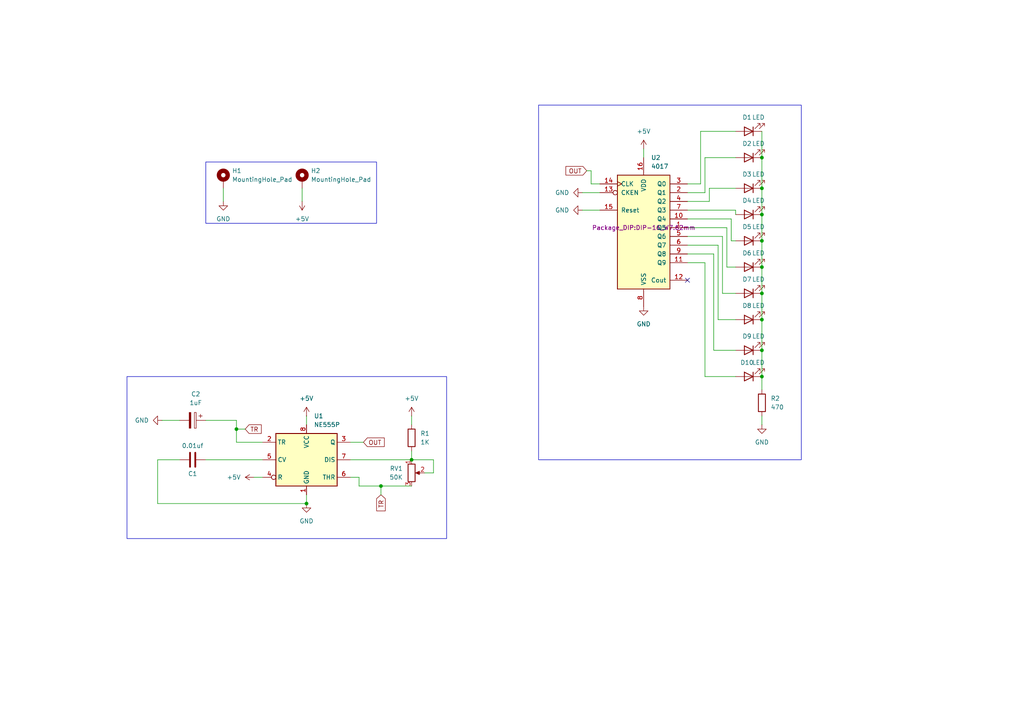
<source format=kicad_sch>
(kicad_sch
	(version 20250114)
	(generator "eeschema")
	(generator_version "9.0")
	(uuid "ddea4ad3-b2e9-4680-9fa8-a35c0b6db002")
	(paper "A4")
	(title_block
		(title "Led Chaser")
		(company "NipunD58")
	)
	(lib_symbols
		(symbol "4xxx:4017"
			(pin_names
				(offset 1.016)
			)
			(exclude_from_sim no)
			(in_bom yes)
			(on_board yes)
			(property "Reference" "U"
				(at -7.62 16.51 0)
				(effects
					(font
						(size 1.27 1.27)
					)
				)
			)
			(property "Value" "4017"
				(at -7.62 -19.05 0)
				(effects
					(font
						(size 1.27 1.27)
					)
				)
			)
			(property "Footprint" ""
				(at 0 0 0)
				(effects
					(font
						(size 1.27 1.27)
					)
					(hide yes)
				)
			)
			(property "Datasheet" "http://www.intersil.com/content/dam/Intersil/documents/cd40/cd4017bms-22bms.pdf"
				(at 0 0 0)
				(effects
					(font
						(size 1.27 1.27)
					)
					(hide yes)
				)
			)
			(property "Description" "Johnson Counter ( 10 outputs )"
				(at 0 0 0)
				(effects
					(font
						(size 1.27 1.27)
					)
					(hide yes)
				)
			)
			(property "ki_locked" ""
				(at 0 0 0)
				(effects
					(font
						(size 1.27 1.27)
					)
				)
			)
			(property "ki_keywords" "CNT CNT10"
				(at 0 0 0)
				(effects
					(font
						(size 1.27 1.27)
					)
					(hide yes)
				)
			)
			(property "ki_fp_filters" "DIP?16*"
				(at 0 0 0)
				(effects
					(font
						(size 1.27 1.27)
					)
					(hide yes)
				)
			)
			(symbol "4017_1_0"
				(pin input clock
					(at -12.7 12.7 0)
					(length 5.08)
					(name "CLK"
						(effects
							(font
								(size 1.27 1.27)
							)
						)
					)
					(number "14"
						(effects
							(font
								(size 1.27 1.27)
							)
						)
					)
				)
				(pin input inverted
					(at -12.7 10.16 0)
					(length 5.08)
					(name "CKEN"
						(effects
							(font
								(size 1.27 1.27)
							)
						)
					)
					(number "13"
						(effects
							(font
								(size 1.27 1.27)
							)
						)
					)
				)
				(pin input line
					(at -12.7 5.08 0)
					(length 5.08)
					(name "Reset"
						(effects
							(font
								(size 1.27 1.27)
							)
						)
					)
					(number "15"
						(effects
							(font
								(size 1.27 1.27)
							)
						)
					)
				)
				(pin power_in line
					(at 0 20.32 270)
					(length 5.08)
					(name "VDD"
						(effects
							(font
								(size 1.27 1.27)
							)
						)
					)
					(number "16"
						(effects
							(font
								(size 1.27 1.27)
							)
						)
					)
				)
				(pin power_in line
					(at 0 -22.86 90)
					(length 5.08)
					(name "VSS"
						(effects
							(font
								(size 1.27 1.27)
							)
						)
					)
					(number "8"
						(effects
							(font
								(size 1.27 1.27)
							)
						)
					)
				)
				(pin output line
					(at 12.7 12.7 180)
					(length 5.08)
					(name "Q0"
						(effects
							(font
								(size 1.27 1.27)
							)
						)
					)
					(number "3"
						(effects
							(font
								(size 1.27 1.27)
							)
						)
					)
				)
				(pin output line
					(at 12.7 10.16 180)
					(length 5.08)
					(name "Q1"
						(effects
							(font
								(size 1.27 1.27)
							)
						)
					)
					(number "2"
						(effects
							(font
								(size 1.27 1.27)
							)
						)
					)
				)
				(pin output line
					(at 12.7 7.62 180)
					(length 5.08)
					(name "Q2"
						(effects
							(font
								(size 1.27 1.27)
							)
						)
					)
					(number "4"
						(effects
							(font
								(size 1.27 1.27)
							)
						)
					)
				)
				(pin output line
					(at 12.7 5.08 180)
					(length 5.08)
					(name "Q3"
						(effects
							(font
								(size 1.27 1.27)
							)
						)
					)
					(number "7"
						(effects
							(font
								(size 1.27 1.27)
							)
						)
					)
				)
				(pin output line
					(at 12.7 2.54 180)
					(length 5.08)
					(name "Q4"
						(effects
							(font
								(size 1.27 1.27)
							)
						)
					)
					(number "10"
						(effects
							(font
								(size 1.27 1.27)
							)
						)
					)
				)
				(pin output line
					(at 12.7 0 180)
					(length 5.08)
					(name "Q5"
						(effects
							(font
								(size 1.27 1.27)
							)
						)
					)
					(number "1"
						(effects
							(font
								(size 1.27 1.27)
							)
						)
					)
				)
				(pin output line
					(at 12.7 -2.54 180)
					(length 5.08)
					(name "Q6"
						(effects
							(font
								(size 1.27 1.27)
							)
						)
					)
					(number "5"
						(effects
							(font
								(size 1.27 1.27)
							)
						)
					)
				)
				(pin output line
					(at 12.7 -5.08 180)
					(length 5.08)
					(name "Q7"
						(effects
							(font
								(size 1.27 1.27)
							)
						)
					)
					(number "6"
						(effects
							(font
								(size 1.27 1.27)
							)
						)
					)
				)
				(pin output line
					(at 12.7 -7.62 180)
					(length 5.08)
					(name "Q8"
						(effects
							(font
								(size 1.27 1.27)
							)
						)
					)
					(number "9"
						(effects
							(font
								(size 1.27 1.27)
							)
						)
					)
				)
				(pin output line
					(at 12.7 -10.16 180)
					(length 5.08)
					(name "Q9"
						(effects
							(font
								(size 1.27 1.27)
							)
						)
					)
					(number "11"
						(effects
							(font
								(size 1.27 1.27)
							)
						)
					)
				)
				(pin output line
					(at 12.7 -15.24 180)
					(length 5.08)
					(name "Cout"
						(effects
							(font
								(size 1.27 1.27)
							)
						)
					)
					(number "12"
						(effects
							(font
								(size 1.27 1.27)
							)
						)
					)
				)
			)
			(symbol "4017_1_1"
				(rectangle
					(start -7.62 15.24)
					(end 7.62 -17.78)
					(stroke
						(width 0.254)
						(type default)
					)
					(fill
						(type background)
					)
				)
			)
			(embedded_fonts no)
		)
		(symbol "Device:C"
			(pin_numbers
				(hide yes)
			)
			(pin_names
				(offset 0.254)
			)
			(exclude_from_sim no)
			(in_bom yes)
			(on_board yes)
			(property "Reference" "C"
				(at 0.635 2.54 0)
				(effects
					(font
						(size 1.27 1.27)
					)
					(justify left)
				)
			)
			(property "Value" "C"
				(at 0.635 -2.54 0)
				(effects
					(font
						(size 1.27 1.27)
					)
					(justify left)
				)
			)
			(property "Footprint" ""
				(at 0.9652 -3.81 0)
				(effects
					(font
						(size 1.27 1.27)
					)
					(hide yes)
				)
			)
			(property "Datasheet" "~"
				(at 0 0 0)
				(effects
					(font
						(size 1.27 1.27)
					)
					(hide yes)
				)
			)
			(property "Description" "Unpolarized capacitor"
				(at 0 0 0)
				(effects
					(font
						(size 1.27 1.27)
					)
					(hide yes)
				)
			)
			(property "ki_keywords" "cap capacitor"
				(at 0 0 0)
				(effects
					(font
						(size 1.27 1.27)
					)
					(hide yes)
				)
			)
			(property "ki_fp_filters" "C_*"
				(at 0 0 0)
				(effects
					(font
						(size 1.27 1.27)
					)
					(hide yes)
				)
			)
			(symbol "C_0_1"
				(polyline
					(pts
						(xy -2.032 0.762) (xy 2.032 0.762)
					)
					(stroke
						(width 0.508)
						(type default)
					)
					(fill
						(type none)
					)
				)
				(polyline
					(pts
						(xy -2.032 -0.762) (xy 2.032 -0.762)
					)
					(stroke
						(width 0.508)
						(type default)
					)
					(fill
						(type none)
					)
				)
			)
			(symbol "C_1_1"
				(pin passive line
					(at 0 3.81 270)
					(length 2.794)
					(name "~"
						(effects
							(font
								(size 1.27 1.27)
							)
						)
					)
					(number "1"
						(effects
							(font
								(size 1.27 1.27)
							)
						)
					)
				)
				(pin passive line
					(at 0 -3.81 90)
					(length 2.794)
					(name "~"
						(effects
							(font
								(size 1.27 1.27)
							)
						)
					)
					(number "2"
						(effects
							(font
								(size 1.27 1.27)
							)
						)
					)
				)
			)
			(embedded_fonts no)
		)
		(symbol "Device:C_Polarized"
			(pin_numbers
				(hide yes)
			)
			(pin_names
				(offset 0.254)
			)
			(exclude_from_sim no)
			(in_bom yes)
			(on_board yes)
			(property "Reference" "C"
				(at 0.635 2.54 0)
				(effects
					(font
						(size 1.27 1.27)
					)
					(justify left)
				)
			)
			(property "Value" "C_Polarized"
				(at 0.635 -2.54 0)
				(effects
					(font
						(size 1.27 1.27)
					)
					(justify left)
				)
			)
			(property "Footprint" ""
				(at 0.9652 -3.81 0)
				(effects
					(font
						(size 1.27 1.27)
					)
					(hide yes)
				)
			)
			(property "Datasheet" "~"
				(at 0 0 0)
				(effects
					(font
						(size 1.27 1.27)
					)
					(hide yes)
				)
			)
			(property "Description" "Polarized capacitor"
				(at 0 0 0)
				(effects
					(font
						(size 1.27 1.27)
					)
					(hide yes)
				)
			)
			(property "ki_keywords" "cap capacitor"
				(at 0 0 0)
				(effects
					(font
						(size 1.27 1.27)
					)
					(hide yes)
				)
			)
			(property "ki_fp_filters" "CP_*"
				(at 0 0 0)
				(effects
					(font
						(size 1.27 1.27)
					)
					(hide yes)
				)
			)
			(symbol "C_Polarized_0_1"
				(rectangle
					(start -2.286 0.508)
					(end 2.286 1.016)
					(stroke
						(width 0)
						(type default)
					)
					(fill
						(type none)
					)
				)
				(polyline
					(pts
						(xy -1.778 2.286) (xy -0.762 2.286)
					)
					(stroke
						(width 0)
						(type default)
					)
					(fill
						(type none)
					)
				)
				(polyline
					(pts
						(xy -1.27 2.794) (xy -1.27 1.778)
					)
					(stroke
						(width 0)
						(type default)
					)
					(fill
						(type none)
					)
				)
				(rectangle
					(start 2.286 -0.508)
					(end -2.286 -1.016)
					(stroke
						(width 0)
						(type default)
					)
					(fill
						(type outline)
					)
				)
			)
			(symbol "C_Polarized_1_1"
				(pin passive line
					(at 0 3.81 270)
					(length 2.794)
					(name "~"
						(effects
							(font
								(size 1.27 1.27)
							)
						)
					)
					(number "1"
						(effects
							(font
								(size 1.27 1.27)
							)
						)
					)
				)
				(pin passive line
					(at 0 -3.81 90)
					(length 2.794)
					(name "~"
						(effects
							(font
								(size 1.27 1.27)
							)
						)
					)
					(number "2"
						(effects
							(font
								(size 1.27 1.27)
							)
						)
					)
				)
			)
			(embedded_fonts no)
		)
		(symbol "Device:LED"
			(pin_numbers
				(hide yes)
			)
			(pin_names
				(offset 1.016)
				(hide yes)
			)
			(exclude_from_sim no)
			(in_bom yes)
			(on_board yes)
			(property "Reference" "D"
				(at 0 2.54 0)
				(effects
					(font
						(size 1.27 1.27)
					)
				)
			)
			(property "Value" "LED"
				(at 0 -2.54 0)
				(effects
					(font
						(size 1.27 1.27)
					)
				)
			)
			(property "Footprint" ""
				(at 0 0 0)
				(effects
					(font
						(size 1.27 1.27)
					)
					(hide yes)
				)
			)
			(property "Datasheet" "~"
				(at 0 0 0)
				(effects
					(font
						(size 1.27 1.27)
					)
					(hide yes)
				)
			)
			(property "Description" "Light emitting diode"
				(at 0 0 0)
				(effects
					(font
						(size 1.27 1.27)
					)
					(hide yes)
				)
			)
			(property "Sim.Pins" "1=K 2=A"
				(at 0 0 0)
				(effects
					(font
						(size 1.27 1.27)
					)
					(hide yes)
				)
			)
			(property "ki_keywords" "LED diode"
				(at 0 0 0)
				(effects
					(font
						(size 1.27 1.27)
					)
					(hide yes)
				)
			)
			(property "ki_fp_filters" "LED* LED_SMD:* LED_THT:*"
				(at 0 0 0)
				(effects
					(font
						(size 1.27 1.27)
					)
					(hide yes)
				)
			)
			(symbol "LED_0_1"
				(polyline
					(pts
						(xy -3.048 -0.762) (xy -4.572 -2.286) (xy -3.81 -2.286) (xy -4.572 -2.286) (xy -4.572 -1.524)
					)
					(stroke
						(width 0)
						(type default)
					)
					(fill
						(type none)
					)
				)
				(polyline
					(pts
						(xy -1.778 -0.762) (xy -3.302 -2.286) (xy -2.54 -2.286) (xy -3.302 -2.286) (xy -3.302 -1.524)
					)
					(stroke
						(width 0)
						(type default)
					)
					(fill
						(type none)
					)
				)
				(polyline
					(pts
						(xy -1.27 0) (xy 1.27 0)
					)
					(stroke
						(width 0)
						(type default)
					)
					(fill
						(type none)
					)
				)
				(polyline
					(pts
						(xy -1.27 -1.27) (xy -1.27 1.27)
					)
					(stroke
						(width 0.254)
						(type default)
					)
					(fill
						(type none)
					)
				)
				(polyline
					(pts
						(xy 1.27 -1.27) (xy 1.27 1.27) (xy -1.27 0) (xy 1.27 -1.27)
					)
					(stroke
						(width 0.254)
						(type default)
					)
					(fill
						(type none)
					)
				)
			)
			(symbol "LED_1_1"
				(pin passive line
					(at -3.81 0 0)
					(length 2.54)
					(name "K"
						(effects
							(font
								(size 1.27 1.27)
							)
						)
					)
					(number "1"
						(effects
							(font
								(size 1.27 1.27)
							)
						)
					)
				)
				(pin passive line
					(at 3.81 0 180)
					(length 2.54)
					(name "A"
						(effects
							(font
								(size 1.27 1.27)
							)
						)
					)
					(number "2"
						(effects
							(font
								(size 1.27 1.27)
							)
						)
					)
				)
			)
			(embedded_fonts no)
		)
		(symbol "Device:R"
			(pin_numbers
				(hide yes)
			)
			(pin_names
				(offset 0)
			)
			(exclude_from_sim no)
			(in_bom yes)
			(on_board yes)
			(property "Reference" "R"
				(at 2.032 0 90)
				(effects
					(font
						(size 1.27 1.27)
					)
				)
			)
			(property "Value" "R"
				(at 0 0 90)
				(effects
					(font
						(size 1.27 1.27)
					)
				)
			)
			(property "Footprint" ""
				(at -1.778 0 90)
				(effects
					(font
						(size 1.27 1.27)
					)
					(hide yes)
				)
			)
			(property "Datasheet" "~"
				(at 0 0 0)
				(effects
					(font
						(size 1.27 1.27)
					)
					(hide yes)
				)
			)
			(property "Description" "Resistor"
				(at 0 0 0)
				(effects
					(font
						(size 1.27 1.27)
					)
					(hide yes)
				)
			)
			(property "ki_keywords" "R res resistor"
				(at 0 0 0)
				(effects
					(font
						(size 1.27 1.27)
					)
					(hide yes)
				)
			)
			(property "ki_fp_filters" "R_*"
				(at 0 0 0)
				(effects
					(font
						(size 1.27 1.27)
					)
					(hide yes)
				)
			)
			(symbol "R_0_1"
				(rectangle
					(start -1.016 -2.54)
					(end 1.016 2.54)
					(stroke
						(width 0.254)
						(type default)
					)
					(fill
						(type none)
					)
				)
			)
			(symbol "R_1_1"
				(pin passive line
					(at 0 3.81 270)
					(length 1.27)
					(name "~"
						(effects
							(font
								(size 1.27 1.27)
							)
						)
					)
					(number "1"
						(effects
							(font
								(size 1.27 1.27)
							)
						)
					)
				)
				(pin passive line
					(at 0 -3.81 90)
					(length 1.27)
					(name "~"
						(effects
							(font
								(size 1.27 1.27)
							)
						)
					)
					(number "2"
						(effects
							(font
								(size 1.27 1.27)
							)
						)
					)
				)
			)
			(embedded_fonts no)
		)
		(symbol "Device:R_Potentiometer"
			(pin_names
				(offset 1.016)
				(hide yes)
			)
			(exclude_from_sim no)
			(in_bom yes)
			(on_board yes)
			(property "Reference" "RV"
				(at -4.445 0 90)
				(effects
					(font
						(size 1.27 1.27)
					)
				)
			)
			(property "Value" "R_Potentiometer"
				(at -2.54 0 90)
				(effects
					(font
						(size 1.27 1.27)
					)
				)
			)
			(property "Footprint" ""
				(at 0 0 0)
				(effects
					(font
						(size 1.27 1.27)
					)
					(hide yes)
				)
			)
			(property "Datasheet" "~"
				(at 0 0 0)
				(effects
					(font
						(size 1.27 1.27)
					)
					(hide yes)
				)
			)
			(property "Description" "Potentiometer"
				(at 0 0 0)
				(effects
					(font
						(size 1.27 1.27)
					)
					(hide yes)
				)
			)
			(property "ki_keywords" "resistor variable"
				(at 0 0 0)
				(effects
					(font
						(size 1.27 1.27)
					)
					(hide yes)
				)
			)
			(property "ki_fp_filters" "Potentiometer*"
				(at 0 0 0)
				(effects
					(font
						(size 1.27 1.27)
					)
					(hide yes)
				)
			)
			(symbol "R_Potentiometer_0_1"
				(rectangle
					(start 1.016 2.54)
					(end -1.016 -2.54)
					(stroke
						(width 0.254)
						(type default)
					)
					(fill
						(type none)
					)
				)
				(polyline
					(pts
						(xy 1.143 0) (xy 2.286 0.508) (xy 2.286 -0.508) (xy 1.143 0)
					)
					(stroke
						(width 0)
						(type default)
					)
					(fill
						(type outline)
					)
				)
				(polyline
					(pts
						(xy 2.54 0) (xy 1.524 0)
					)
					(stroke
						(width 0)
						(type default)
					)
					(fill
						(type none)
					)
				)
			)
			(symbol "R_Potentiometer_1_1"
				(pin passive line
					(at 0 3.81 270)
					(length 1.27)
					(name "1"
						(effects
							(font
								(size 1.27 1.27)
							)
						)
					)
					(number "1"
						(effects
							(font
								(size 1.27 1.27)
							)
						)
					)
				)
				(pin passive line
					(at 0 -3.81 90)
					(length 1.27)
					(name "3"
						(effects
							(font
								(size 1.27 1.27)
							)
						)
					)
					(number "3"
						(effects
							(font
								(size 1.27 1.27)
							)
						)
					)
				)
				(pin passive line
					(at 3.81 0 180)
					(length 1.27)
					(name "2"
						(effects
							(font
								(size 1.27 1.27)
							)
						)
					)
					(number "2"
						(effects
							(font
								(size 1.27 1.27)
							)
						)
					)
				)
			)
			(embedded_fonts no)
		)
		(symbol "Mechanical:MountingHole_Pad"
			(pin_numbers
				(hide yes)
			)
			(pin_names
				(offset 1.016)
				(hide yes)
			)
			(exclude_from_sim no)
			(in_bom no)
			(on_board yes)
			(property "Reference" "H"
				(at 0 6.35 0)
				(effects
					(font
						(size 1.27 1.27)
					)
				)
			)
			(property "Value" "MountingHole_Pad"
				(at 0 4.445 0)
				(effects
					(font
						(size 1.27 1.27)
					)
				)
			)
			(property "Footprint" ""
				(at 0 0 0)
				(effects
					(font
						(size 1.27 1.27)
					)
					(hide yes)
				)
			)
			(property "Datasheet" "~"
				(at 0 0 0)
				(effects
					(font
						(size 1.27 1.27)
					)
					(hide yes)
				)
			)
			(property "Description" "Mounting Hole with connection"
				(at 0 0 0)
				(effects
					(font
						(size 1.27 1.27)
					)
					(hide yes)
				)
			)
			(property "ki_keywords" "mounting hole"
				(at 0 0 0)
				(effects
					(font
						(size 1.27 1.27)
					)
					(hide yes)
				)
			)
			(property "ki_fp_filters" "MountingHole*Pad*"
				(at 0 0 0)
				(effects
					(font
						(size 1.27 1.27)
					)
					(hide yes)
				)
			)
			(symbol "MountingHole_Pad_0_1"
				(circle
					(center 0 1.27)
					(radius 1.27)
					(stroke
						(width 1.27)
						(type default)
					)
					(fill
						(type none)
					)
				)
			)
			(symbol "MountingHole_Pad_1_1"
				(pin input line
					(at 0 -2.54 90)
					(length 2.54)
					(name "1"
						(effects
							(font
								(size 1.27 1.27)
							)
						)
					)
					(number "1"
						(effects
							(font
								(size 1.27 1.27)
							)
						)
					)
				)
			)
			(embedded_fonts no)
		)
		(symbol "Timer:NE555P"
			(exclude_from_sim no)
			(in_bom yes)
			(on_board yes)
			(property "Reference" "U"
				(at -10.16 8.89 0)
				(effects
					(font
						(size 1.27 1.27)
					)
					(justify left)
				)
			)
			(property "Value" "NE555P"
				(at 2.54 8.89 0)
				(effects
					(font
						(size 1.27 1.27)
					)
					(justify left)
				)
			)
			(property "Footprint" "Package_DIP:DIP-8_W7.62mm"
				(at 16.51 -10.16 0)
				(effects
					(font
						(size 1.27 1.27)
					)
					(hide yes)
				)
			)
			(property "Datasheet" "http://www.ti.com/lit/ds/symlink/ne555.pdf"
				(at 21.59 -10.16 0)
				(effects
					(font
						(size 1.27 1.27)
					)
					(hide yes)
				)
			)
			(property "Description" "Precision Timers, 555 compatible,  PDIP-8"
				(at 0 0 0)
				(effects
					(font
						(size 1.27 1.27)
					)
					(hide yes)
				)
			)
			(property "ki_keywords" "single timer 555"
				(at 0 0 0)
				(effects
					(font
						(size 1.27 1.27)
					)
					(hide yes)
				)
			)
			(property "ki_fp_filters" "DIP*W7.62mm*"
				(at 0 0 0)
				(effects
					(font
						(size 1.27 1.27)
					)
					(hide yes)
				)
			)
			(symbol "NE555P_0_0"
				(pin power_in line
					(at 0 10.16 270)
					(length 2.54)
					(name "VCC"
						(effects
							(font
								(size 1.27 1.27)
							)
						)
					)
					(number "8"
						(effects
							(font
								(size 1.27 1.27)
							)
						)
					)
				)
				(pin power_in line
					(at 0 -10.16 90)
					(length 2.54)
					(name "GND"
						(effects
							(font
								(size 1.27 1.27)
							)
						)
					)
					(number "1"
						(effects
							(font
								(size 1.27 1.27)
							)
						)
					)
				)
			)
			(symbol "NE555P_0_1"
				(rectangle
					(start -8.89 -7.62)
					(end 8.89 7.62)
					(stroke
						(width 0.254)
						(type default)
					)
					(fill
						(type background)
					)
				)
				(rectangle
					(start -8.89 -7.62)
					(end 8.89 7.62)
					(stroke
						(width 0.254)
						(type default)
					)
					(fill
						(type background)
					)
				)
			)
			(symbol "NE555P_1_1"
				(pin input line
					(at -12.7 5.08 0)
					(length 3.81)
					(name "TR"
						(effects
							(font
								(size 1.27 1.27)
							)
						)
					)
					(number "2"
						(effects
							(font
								(size 1.27 1.27)
							)
						)
					)
				)
				(pin input line
					(at -12.7 0 0)
					(length 3.81)
					(name "CV"
						(effects
							(font
								(size 1.27 1.27)
							)
						)
					)
					(number "5"
						(effects
							(font
								(size 1.27 1.27)
							)
						)
					)
				)
				(pin input inverted
					(at -12.7 -5.08 0)
					(length 3.81)
					(name "R"
						(effects
							(font
								(size 1.27 1.27)
							)
						)
					)
					(number "4"
						(effects
							(font
								(size 1.27 1.27)
							)
						)
					)
				)
				(pin output line
					(at 12.7 5.08 180)
					(length 3.81)
					(name "Q"
						(effects
							(font
								(size 1.27 1.27)
							)
						)
					)
					(number "3"
						(effects
							(font
								(size 1.27 1.27)
							)
						)
					)
				)
				(pin input line
					(at 12.7 0 180)
					(length 3.81)
					(name "DIS"
						(effects
							(font
								(size 1.27 1.27)
							)
						)
					)
					(number "7"
						(effects
							(font
								(size 1.27 1.27)
							)
						)
					)
				)
				(pin input line
					(at 12.7 -5.08 180)
					(length 3.81)
					(name "THR"
						(effects
							(font
								(size 1.27 1.27)
							)
						)
					)
					(number "6"
						(effects
							(font
								(size 1.27 1.27)
							)
						)
					)
				)
			)
			(embedded_fonts no)
		)
		(symbol "power:+5V"
			(power)
			(pin_numbers
				(hide yes)
			)
			(pin_names
				(offset 0)
				(hide yes)
			)
			(exclude_from_sim no)
			(in_bom yes)
			(on_board yes)
			(property "Reference" "#PWR"
				(at 0 -3.81 0)
				(effects
					(font
						(size 1.27 1.27)
					)
					(hide yes)
				)
			)
			(property "Value" "+5V"
				(at 0 3.556 0)
				(effects
					(font
						(size 1.27 1.27)
					)
				)
			)
			(property "Footprint" ""
				(at 0 0 0)
				(effects
					(font
						(size 1.27 1.27)
					)
					(hide yes)
				)
			)
			(property "Datasheet" ""
				(at 0 0 0)
				(effects
					(font
						(size 1.27 1.27)
					)
					(hide yes)
				)
			)
			(property "Description" "Power symbol creates a global label with name \"+5V\""
				(at 0 0 0)
				(effects
					(font
						(size 1.27 1.27)
					)
					(hide yes)
				)
			)
			(property "ki_keywords" "global power"
				(at 0 0 0)
				(effects
					(font
						(size 1.27 1.27)
					)
					(hide yes)
				)
			)
			(symbol "+5V_0_1"
				(polyline
					(pts
						(xy -0.762 1.27) (xy 0 2.54)
					)
					(stroke
						(width 0)
						(type default)
					)
					(fill
						(type none)
					)
				)
				(polyline
					(pts
						(xy 0 2.54) (xy 0.762 1.27)
					)
					(stroke
						(width 0)
						(type default)
					)
					(fill
						(type none)
					)
				)
				(polyline
					(pts
						(xy 0 0) (xy 0 2.54)
					)
					(stroke
						(width 0)
						(type default)
					)
					(fill
						(type none)
					)
				)
			)
			(symbol "+5V_1_1"
				(pin power_in line
					(at 0 0 90)
					(length 0)
					(name "~"
						(effects
							(font
								(size 1.27 1.27)
							)
						)
					)
					(number "1"
						(effects
							(font
								(size 1.27 1.27)
							)
						)
					)
				)
			)
			(embedded_fonts no)
		)
		(symbol "power:GND"
			(power)
			(pin_numbers
				(hide yes)
			)
			(pin_names
				(offset 0)
				(hide yes)
			)
			(exclude_from_sim no)
			(in_bom yes)
			(on_board yes)
			(property "Reference" "#PWR"
				(at 0 -6.35 0)
				(effects
					(font
						(size 1.27 1.27)
					)
					(hide yes)
				)
			)
			(property "Value" "GND"
				(at 0 -3.81 0)
				(effects
					(font
						(size 1.27 1.27)
					)
				)
			)
			(property "Footprint" ""
				(at 0 0 0)
				(effects
					(font
						(size 1.27 1.27)
					)
					(hide yes)
				)
			)
			(property "Datasheet" ""
				(at 0 0 0)
				(effects
					(font
						(size 1.27 1.27)
					)
					(hide yes)
				)
			)
			(property "Description" "Power symbol creates a global label with name \"GND\" , ground"
				(at 0 0 0)
				(effects
					(font
						(size 1.27 1.27)
					)
					(hide yes)
				)
			)
			(property "ki_keywords" "global power"
				(at 0 0 0)
				(effects
					(font
						(size 1.27 1.27)
					)
					(hide yes)
				)
			)
			(symbol "GND_0_1"
				(polyline
					(pts
						(xy 0 0) (xy 0 -1.27) (xy 1.27 -1.27) (xy 0 -2.54) (xy -1.27 -1.27) (xy 0 -1.27)
					)
					(stroke
						(width 0)
						(type default)
					)
					(fill
						(type none)
					)
				)
			)
			(symbol "GND_1_1"
				(pin power_in line
					(at 0 0 270)
					(length 0)
					(name "~"
						(effects
							(font
								(size 1.27 1.27)
							)
						)
					)
					(number "1"
						(effects
							(font
								(size 1.27 1.27)
							)
						)
					)
				)
			)
			(embedded_fonts no)
		)
	)
	(rectangle
		(start 156.21 30.48)
		(end 232.41 133.35)
		(stroke
			(width 0)
			(type default)
		)
		(fill
			(type none)
		)
		(uuid 82dfaf09-f453-4377-95da-9dd825aadc8a)
	)
	(rectangle
		(start 59.69 46.99)
		(end 109.22 64.77)
		(stroke
			(width 0)
			(type default)
		)
		(fill
			(type none)
		)
		(uuid b3f19edc-d8f9-4411-a425-05e1d5325349)
	)
	(rectangle
		(start 36.83 109.22)
		(end 129.54 156.21)
		(stroke
			(width 0)
			(type default)
		)
		(fill
			(type none)
		)
		(uuid fa476f95-1e85-4e66-a67e-699c865f8199)
	)
	(junction
		(at 119.38 133.35)
		(diameter 0)
		(color 0 0 0 0)
		(uuid "0a393c74-813e-4755-8b5b-c7897175a0b5")
	)
	(junction
		(at 88.9 146.05)
		(diameter 0)
		(color 0 0 0 0)
		(uuid "2d853656-9992-494e-ac95-8df6733cd0b9")
	)
	(junction
		(at 110.49 140.97)
		(diameter 0)
		(color 0 0 0 0)
		(uuid "51d8cce8-692f-417a-82c6-0da244918da2")
	)
	(junction
		(at 220.98 85.09)
		(diameter 0)
		(color 0 0 0 0)
		(uuid "56d1e30c-3007-4d20-9ed7-9285504cc126")
	)
	(junction
		(at 220.98 54.61)
		(diameter 0)
		(color 0 0 0 0)
		(uuid "5852e31a-d9a8-4647-aeaf-e80d0eedf3ed")
	)
	(junction
		(at 220.98 77.47)
		(diameter 0)
		(color 0 0 0 0)
		(uuid "93d18a62-938b-4f4b-8fbb-baed0f9e8c58")
	)
	(junction
		(at 220.98 92.71)
		(diameter 0)
		(color 0 0 0 0)
		(uuid "ace8a49b-5672-42ac-9f99-d63a7ff9a3e7")
	)
	(junction
		(at 220.98 101.6)
		(diameter 0)
		(color 0 0 0 0)
		(uuid "adc1cc69-8a11-4267-81b4-91c085fddf5f")
	)
	(junction
		(at 220.98 62.23)
		(diameter 0)
		(color 0 0 0 0)
		(uuid "b11dc72a-2076-48b5-8677-bf4e5c4517a3")
	)
	(junction
		(at 220.98 45.72)
		(diameter 0)
		(color 0 0 0 0)
		(uuid "c681f1d2-29b6-48e0-9388-dcc910c17668")
	)
	(junction
		(at 68.58 124.46)
		(diameter 0)
		(color 0 0 0 0)
		(uuid "d3a6e6d9-64e1-474b-815b-4eeea089a715")
	)
	(junction
		(at 220.98 109.22)
		(diameter 0)
		(color 0 0 0 0)
		(uuid "e33177cf-458d-40b6-8335-5fd8c57e1900")
	)
	(junction
		(at 220.98 69.85)
		(diameter 0)
		(color 0 0 0 0)
		(uuid "f084585e-2d33-4749-8eaa-00b8f68cd9c7")
	)
	(no_connect
		(at 199.39 81.28)
		(uuid "949a45fe-312a-492f-8414-60699fd69a54")
	)
	(wire
		(pts
			(xy 220.98 85.09) (xy 220.98 92.71)
		)
		(stroke
			(width 0)
			(type default)
		)
		(uuid "063cb9c4-0590-4989-90f7-09d378f4dc62")
	)
	(wire
		(pts
			(xy 171.45 49.53) (xy 171.45 53.34)
		)
		(stroke
			(width 0)
			(type default)
		)
		(uuid "0747e60c-cc5d-48a6-9219-4f1725973324")
	)
	(wire
		(pts
			(xy 168.91 60.96) (xy 173.99 60.96)
		)
		(stroke
			(width 0)
			(type default)
		)
		(uuid "115b8d70-f924-4cc4-9cb0-5eece6d78ae3")
	)
	(wire
		(pts
			(xy 203.2 53.34) (xy 203.2 38.1)
		)
		(stroke
			(width 0)
			(type default)
		)
		(uuid "116561d2-ee15-4fc3-8bb0-ea87f0856c98")
	)
	(wire
		(pts
			(xy 220.98 38.1) (xy 220.98 45.72)
		)
		(stroke
			(width 0)
			(type default)
		)
		(uuid "122620c9-7aca-489f-be63-066bbcd7c318")
	)
	(wire
		(pts
			(xy 110.49 140.97) (xy 110.49 143.51)
		)
		(stroke
			(width 0)
			(type default)
		)
		(uuid "126be669-f3be-4b90-b622-2f5415bd19ff")
	)
	(wire
		(pts
			(xy 203.2 38.1) (xy 213.36 38.1)
		)
		(stroke
			(width 0)
			(type default)
		)
		(uuid "13d68cc8-b6fd-4ddd-94a1-1ad855778b5b")
	)
	(wire
		(pts
			(xy 199.39 73.66) (xy 207.01 73.66)
		)
		(stroke
			(width 0)
			(type default)
		)
		(uuid "154fe857-99dd-4737-997a-0f495b0707ca")
	)
	(wire
		(pts
			(xy 220.98 77.47) (xy 220.98 85.09)
		)
		(stroke
			(width 0)
			(type default)
		)
		(uuid "16bdb7f4-b083-45de-a235-099e23c295b3")
	)
	(wire
		(pts
			(xy 204.47 76.2) (xy 204.47 109.22)
		)
		(stroke
			(width 0)
			(type default)
		)
		(uuid "1b9d92e9-5a52-469d-b6fc-d389dfe4f0f4")
	)
	(wire
		(pts
			(xy 119.38 120.65) (xy 119.38 123.19)
		)
		(stroke
			(width 0)
			(type default)
		)
		(uuid "1bfc4915-91da-46cc-be30-dacd629198ef")
	)
	(wire
		(pts
			(xy 119.38 130.81) (xy 119.38 133.35)
		)
		(stroke
			(width 0)
			(type default)
		)
		(uuid "200cc867-3cd7-41d4-b147-cc15d0c230f2")
	)
	(wire
		(pts
			(xy 59.69 121.92) (xy 68.58 121.92)
		)
		(stroke
			(width 0)
			(type default)
		)
		(uuid "295d6615-2024-40c4-9c9c-09f6d121cd0e")
	)
	(wire
		(pts
			(xy 101.6 138.43) (xy 104.14 138.43)
		)
		(stroke
			(width 0)
			(type default)
		)
		(uuid "30a059e4-0d14-4b10-b472-29930354c783")
	)
	(wire
		(pts
			(xy 64.77 54.61) (xy 64.77 58.42)
		)
		(stroke
			(width 0)
			(type default)
		)
		(uuid "360595be-952b-47e2-bade-89a6d4d2c54a")
	)
	(wire
		(pts
			(xy 101.6 133.35) (xy 119.38 133.35)
		)
		(stroke
			(width 0)
			(type default)
		)
		(uuid "368e9d59-fd2e-49aa-9fde-6f51526888d2")
	)
	(wire
		(pts
			(xy 210.82 77.47) (xy 213.36 77.47)
		)
		(stroke
			(width 0)
			(type default)
		)
		(uuid "3759d497-e5d6-4ef2-8b64-247108be0462")
	)
	(wire
		(pts
			(xy 220.98 45.72) (xy 220.98 54.61)
		)
		(stroke
			(width 0)
			(type default)
		)
		(uuid "3cb2dafc-5d7e-41ad-bc83-9b58d176ae7c")
	)
	(wire
		(pts
			(xy 101.6 128.27) (xy 105.41 128.27)
		)
		(stroke
			(width 0)
			(type default)
		)
		(uuid "3fae1184-e2c8-4c22-b724-5b4f322f9609")
	)
	(wire
		(pts
			(xy 52.07 133.35) (xy 45.72 133.35)
		)
		(stroke
			(width 0)
			(type default)
		)
		(uuid "4317e572-1162-47fd-9d35-efb249bbb618")
	)
	(wire
		(pts
			(xy 68.58 121.92) (xy 68.58 124.46)
		)
		(stroke
			(width 0)
			(type default)
		)
		(uuid "44ac1cb4-7afd-4d5e-bd60-2b7d73d4d784")
	)
	(wire
		(pts
			(xy 59.69 133.35) (xy 76.2 133.35)
		)
		(stroke
			(width 0)
			(type default)
		)
		(uuid "45362416-de5b-432f-a44a-9deb71559e46")
	)
	(wire
		(pts
			(xy 208.28 71.12) (xy 208.28 92.71)
		)
		(stroke
			(width 0)
			(type default)
		)
		(uuid "4561b74b-ac40-470a-942d-0268f3e7d73a")
	)
	(wire
		(pts
			(xy 213.36 60.96) (xy 213.36 62.23)
		)
		(stroke
			(width 0)
			(type default)
		)
		(uuid "46ac93b8-695e-41b9-a733-2e34d0c9877d")
	)
	(wire
		(pts
			(xy 199.39 68.58) (xy 209.55 68.58)
		)
		(stroke
			(width 0)
			(type default)
		)
		(uuid "472d2286-1b45-4d2f-b46c-fa2a8dcc6cd6")
	)
	(wire
		(pts
			(xy 208.28 92.71) (xy 213.36 92.71)
		)
		(stroke
			(width 0)
			(type default)
		)
		(uuid "48d6bb3b-0a6a-4229-ae9b-75eee14c7672")
	)
	(wire
		(pts
			(xy 220.98 69.85) (xy 220.98 77.47)
		)
		(stroke
			(width 0)
			(type default)
		)
		(uuid "4b80d169-162c-48b8-96b0-ad484abef46f")
	)
	(wire
		(pts
			(xy 68.58 124.46) (xy 71.12 124.46)
		)
		(stroke
			(width 0)
			(type default)
		)
		(uuid "5235ca1e-b9a0-45e6-8c2e-0bccca76555c")
	)
	(wire
		(pts
			(xy 68.58 128.27) (xy 76.2 128.27)
		)
		(stroke
			(width 0)
			(type default)
		)
		(uuid "55e4281d-9e5c-43ab-aefb-fbb1e79ea98a")
	)
	(wire
		(pts
			(xy 204.47 45.72) (xy 213.36 45.72)
		)
		(stroke
			(width 0)
			(type default)
		)
		(uuid "5735b207-1063-4ce0-8957-70414f186aa3")
	)
	(wire
		(pts
			(xy 104.14 140.97) (xy 110.49 140.97)
		)
		(stroke
			(width 0)
			(type default)
		)
		(uuid "58e9e503-e81a-4ca6-b4ec-e21eda08bcce")
	)
	(wire
		(pts
			(xy 199.39 66.04) (xy 210.82 66.04)
		)
		(stroke
			(width 0)
			(type default)
		)
		(uuid "5ac651ed-554c-474b-8fd4-e6f7ec2ff0d2")
	)
	(wire
		(pts
			(xy 171.45 53.34) (xy 173.99 53.34)
		)
		(stroke
			(width 0)
			(type default)
		)
		(uuid "5c51c879-c56a-4bcd-87d3-51e3f991605a")
	)
	(wire
		(pts
			(xy 205.74 54.61) (xy 213.36 54.61)
		)
		(stroke
			(width 0)
			(type default)
		)
		(uuid "5cd5a8f8-6d14-437b-a722-b6d00b58e990")
	)
	(wire
		(pts
			(xy 110.49 140.97) (xy 119.38 140.97)
		)
		(stroke
			(width 0)
			(type default)
		)
		(uuid "618ce880-4caf-4c9c-8f0e-330af28cc38c")
	)
	(wire
		(pts
			(xy 212.09 69.85) (xy 213.36 69.85)
		)
		(stroke
			(width 0)
			(type default)
		)
		(uuid "638a7cac-181d-4ff9-9c65-7fc8094c0153")
	)
	(wire
		(pts
			(xy 88.9 143.51) (xy 88.9 146.05)
		)
		(stroke
			(width 0)
			(type default)
		)
		(uuid "6c5f9eb6-3ee7-4b99-a1aa-a93b9746fb5e")
	)
	(wire
		(pts
			(xy 168.91 55.88) (xy 173.99 55.88)
		)
		(stroke
			(width 0)
			(type default)
		)
		(uuid "75e0e2f6-f325-46d5-8709-6a5a76383363")
	)
	(wire
		(pts
			(xy 220.98 62.23) (xy 220.98 69.85)
		)
		(stroke
			(width 0)
			(type default)
		)
		(uuid "7a072d15-8dd1-4629-a6b1-fa8fe7ed0698")
	)
	(wire
		(pts
			(xy 45.72 133.35) (xy 45.72 146.05)
		)
		(stroke
			(width 0)
			(type default)
		)
		(uuid "7a093bfb-65f7-4f62-ac18-9e4d2570680a")
	)
	(wire
		(pts
			(xy 207.01 101.6) (xy 213.36 101.6)
		)
		(stroke
			(width 0)
			(type default)
		)
		(uuid "8072a03d-59cc-43fe-8e99-c39334335ba7")
	)
	(wire
		(pts
			(xy 199.39 60.96) (xy 213.36 60.96)
		)
		(stroke
			(width 0)
			(type default)
		)
		(uuid "82ef204b-6ee6-4800-ba32-12b3b1067724")
	)
	(wire
		(pts
			(xy 220.98 109.22) (xy 220.98 113.03)
		)
		(stroke
			(width 0)
			(type default)
		)
		(uuid "8935eaa7-53ab-488f-8d2b-c94fa5c2119e")
	)
	(wire
		(pts
			(xy 209.55 68.58) (xy 209.55 85.09)
		)
		(stroke
			(width 0)
			(type default)
		)
		(uuid "8ffda235-168b-453f-af7c-57a7a19aadfc")
	)
	(wire
		(pts
			(xy 170.18 49.53) (xy 171.45 49.53)
		)
		(stroke
			(width 0)
			(type default)
		)
		(uuid "91494893-67d3-4f02-af6e-b81427864084")
	)
	(wire
		(pts
			(xy 199.39 76.2) (xy 204.47 76.2)
		)
		(stroke
			(width 0)
			(type default)
		)
		(uuid "92bc48c1-d120-475f-a265-8c67e838f392")
	)
	(wire
		(pts
			(xy 45.72 146.05) (xy 88.9 146.05)
		)
		(stroke
			(width 0)
			(type default)
		)
		(uuid "958c1dc0-6a01-490c-9dd8-04c3ac73eb4a")
	)
	(wire
		(pts
			(xy 123.19 137.16) (xy 125.73 137.16)
		)
		(stroke
			(width 0)
			(type default)
		)
		(uuid "9cc9790c-d518-4511-b94c-6f03a1e4cfe7")
	)
	(wire
		(pts
			(xy 199.39 63.5) (xy 212.09 63.5)
		)
		(stroke
			(width 0)
			(type default)
		)
		(uuid "a1d31e56-fc7a-412d-9634-33253c98579d")
	)
	(wire
		(pts
			(xy 199.39 55.88) (xy 204.47 55.88)
		)
		(stroke
			(width 0)
			(type default)
		)
		(uuid "a385b3d2-0de3-43f3-846b-344e9a28f8b5")
	)
	(wire
		(pts
			(xy 73.66 138.43) (xy 76.2 138.43)
		)
		(stroke
			(width 0)
			(type default)
		)
		(uuid "a8807c78-dc5e-4953-8afb-39731146812f")
	)
	(wire
		(pts
			(xy 212.09 63.5) (xy 212.09 69.85)
		)
		(stroke
			(width 0)
			(type default)
		)
		(uuid "b0eb4cb1-aae9-4569-9f57-680403e20ca9")
	)
	(wire
		(pts
			(xy 46.99 121.92) (xy 52.07 121.92)
		)
		(stroke
			(width 0)
			(type default)
		)
		(uuid "b3656695-cf7d-4cfa-bf2a-18dc6f65a960")
	)
	(wire
		(pts
			(xy 204.47 109.22) (xy 213.36 109.22)
		)
		(stroke
			(width 0)
			(type default)
		)
		(uuid "b403e005-5bb6-461d-8a27-d359d1382653")
	)
	(wire
		(pts
			(xy 68.58 124.46) (xy 68.58 128.27)
		)
		(stroke
			(width 0)
			(type default)
		)
		(uuid "b9d7ecdd-a055-45ab-8f7c-118aef228933")
	)
	(wire
		(pts
			(xy 204.47 55.88) (xy 204.47 45.72)
		)
		(stroke
			(width 0)
			(type default)
		)
		(uuid "ba1cc6ee-cf89-411c-906a-4d7e1204c3e7")
	)
	(wire
		(pts
			(xy 199.39 71.12) (xy 208.28 71.12)
		)
		(stroke
			(width 0)
			(type default)
		)
		(uuid "bff0888c-2f9b-4aeb-befd-1af844e0f848")
	)
	(wire
		(pts
			(xy 220.98 101.6) (xy 220.98 109.22)
		)
		(stroke
			(width 0)
			(type default)
		)
		(uuid "c01d1f94-938a-4e45-abe4-7b2b31bb5c16")
	)
	(wire
		(pts
			(xy 199.39 58.42) (xy 205.74 58.42)
		)
		(stroke
			(width 0)
			(type default)
		)
		(uuid "c0fa5808-6c09-46aa-ba97-0274c6120653")
	)
	(wire
		(pts
			(xy 207.01 73.66) (xy 207.01 101.6)
		)
		(stroke
			(width 0)
			(type default)
		)
		(uuid "c8574033-ba59-47de-9f11-e0087844f81c")
	)
	(wire
		(pts
			(xy 205.74 58.42) (xy 205.74 54.61)
		)
		(stroke
			(width 0)
			(type default)
		)
		(uuid "c9069014-c75c-40c4-a72d-60d1cffefe9d")
	)
	(wire
		(pts
			(xy 209.55 85.09) (xy 213.36 85.09)
		)
		(stroke
			(width 0)
			(type default)
		)
		(uuid "c9bbff47-7b10-4a02-b6fe-69126cde9d56")
	)
	(wire
		(pts
			(xy 220.98 54.61) (xy 220.98 62.23)
		)
		(stroke
			(width 0)
			(type default)
		)
		(uuid "cfdfe995-4755-4be6-aaf7-fa80b326759d")
	)
	(wire
		(pts
			(xy 104.14 138.43) (xy 104.14 140.97)
		)
		(stroke
			(width 0)
			(type default)
		)
		(uuid "d2e66ee4-e678-43a2-98b7-b0a846a809cd")
	)
	(wire
		(pts
			(xy 220.98 92.71) (xy 220.98 101.6)
		)
		(stroke
			(width 0)
			(type default)
		)
		(uuid "d94c8159-1b00-4868-8616-9c2ec114aff2")
	)
	(wire
		(pts
			(xy 125.73 133.35) (xy 125.73 137.16)
		)
		(stroke
			(width 0)
			(type default)
		)
		(uuid "da71d275-9650-4fa6-a4d8-00467a0d592d")
	)
	(wire
		(pts
			(xy 220.98 120.65) (xy 220.98 123.19)
		)
		(stroke
			(width 0)
			(type default)
		)
		(uuid "e17b5ebc-ac7c-4918-a64c-739589c3f52a")
	)
	(wire
		(pts
			(xy 87.63 54.61) (xy 87.63 58.42)
		)
		(stroke
			(width 0)
			(type default)
		)
		(uuid "e68cd0ad-400b-4ea0-a8eb-999fe185a51d")
	)
	(wire
		(pts
			(xy 210.82 66.04) (xy 210.82 77.47)
		)
		(stroke
			(width 0)
			(type default)
		)
		(uuid "eb2da2ea-f264-4cf5-a39c-52c32aba58bf")
	)
	(wire
		(pts
			(xy 88.9 120.65) (xy 88.9 123.19)
		)
		(stroke
			(width 0)
			(type default)
		)
		(uuid "efc76147-428a-41c6-aea4-f11c4a7c3cee")
	)
	(wire
		(pts
			(xy 119.38 133.35) (xy 125.73 133.35)
		)
		(stroke
			(width 0)
			(type default)
		)
		(uuid "f035458c-a26f-4730-9dd0-ef54dc7d3353")
	)
	(wire
		(pts
			(xy 199.39 53.34) (xy 203.2 53.34)
		)
		(stroke
			(width 0)
			(type default)
		)
		(uuid "f0ad93b6-900f-42fe-8ee3-9b4c54b2bec7")
	)
	(wire
		(pts
			(xy 186.69 43.18) (xy 186.69 45.72)
		)
		(stroke
			(width 0)
			(type default)
		)
		(uuid "fb94237f-8c9b-4109-ac4c-524bf0b1a53f")
	)
	(global_label "OUT"
		(shape input)
		(at 105.41 128.27 0)
		(fields_autoplaced yes)
		(effects
			(font
				(size 1.27 1.27)
			)
			(justify left)
		)
		(uuid "31579d69-ceb7-4803-882f-ba2c5517321b")
		(property "Intersheetrefs" "${INTERSHEET_REFS}"
			(at 112.0238 128.27 0)
			(effects
				(font
					(size 1.27 1.27)
				)
				(justify left)
				(hide yes)
			)
		)
	)
	(global_label "OUT"
		(shape input)
		(at 170.18 49.53 180)
		(fields_autoplaced yes)
		(effects
			(font
				(size 1.27 1.27)
			)
			(justify right)
		)
		(uuid "64292073-61f7-45a3-981e-100c8eddbb57")
		(property "Intersheetrefs" "${INTERSHEET_REFS}"
			(at 163.5662 49.53 0)
			(effects
				(font
					(size 1.27 1.27)
				)
				(justify right)
				(hide yes)
			)
		)
	)
	(global_label "TR"
		(shape input)
		(at 71.12 124.46 0)
		(fields_autoplaced yes)
		(effects
			(font
				(size 1.27 1.27)
			)
			(justify left)
		)
		(uuid "7312f795-6db7-4e73-a3a4-3aeb75765869")
		(property "Intersheetrefs" "${INTERSHEET_REFS}"
			(at 76.3428 124.46 0)
			(effects
				(font
					(size 1.27 1.27)
				)
				(justify left)
				(hide yes)
			)
		)
	)
	(global_label "TR"
		(shape input)
		(at 110.49 143.51 270)
		(fields_autoplaced yes)
		(effects
			(font
				(size 1.27 1.27)
			)
			(justify right)
		)
		(uuid "ab0dc6cb-6712-483b-b52b-0cd79db18d7b")
		(property "Intersheetrefs" "${INTERSHEET_REFS}"
			(at 110.49 148.7328 90)
			(effects
				(font
					(size 1.27 1.27)
				)
				(justify right)
				(hide yes)
			)
		)
	)
	(symbol
		(lib_id "Device:LED")
		(at 217.17 101.6 180)
		(unit 1)
		(exclude_from_sim no)
		(in_bom yes)
		(on_board yes)
		(dnp no)
		(uuid "010875c3-c338-4e7b-b228-206b28a07ec1")
		(property "Reference" "D9"
			(at 216.662 97.536 0)
			(effects
				(font
					(size 1.27 1.27)
				)
			)
		)
		(property "Value" "LED"
			(at 219.964 97.536 0)
			(effects
				(font
					(size 1.27 1.27)
				)
			)
		)
		(property "Footprint" "LED_THT:LED_D3.0mm"
			(at 217.17 101.6 0)
			(effects
				(font
					(size 1.27 1.27)
				)
				(hide yes)
			)
		)
		(property "Datasheet" "~"
			(at 217.17 101.6 0)
			(effects
				(font
					(size 1.27 1.27)
				)
				(hide yes)
			)
		)
		(property "Description" "Light emitting diode"
			(at 217.17 101.6 0)
			(effects
				(font
					(size 1.27 1.27)
				)
				(hide yes)
			)
		)
		(property "Sim.Pins" "1=K 2=A"
			(at 217.17 101.6 0)
			(effects
				(font
					(size 1.27 1.27)
				)
				(hide yes)
			)
		)
		(pin "1"
			(uuid "abd3ed54-78a7-4d52-9bee-c2541ac20bbc")
		)
		(pin "2"
			(uuid "71033857-f5fb-4339-978b-f1ebf75600dd")
		)
		(instances
			(project "led"
				(path "/ddea4ad3-b2e9-4680-9fa8-a35c0b6db002"
					(reference "D9")
					(unit 1)
				)
			)
		)
	)
	(symbol
		(lib_id "power:+5V")
		(at 186.69 43.18 0)
		(unit 1)
		(exclude_from_sim no)
		(in_bom yes)
		(on_board yes)
		(dnp no)
		(fields_autoplaced yes)
		(uuid "04ae26cb-55b6-4efd-9a31-9a2ac9f0f498")
		(property "Reference" "#PWR05"
			(at 186.69 46.99 0)
			(effects
				(font
					(size 1.27 1.27)
				)
				(hide yes)
			)
		)
		(property "Value" "+5V"
			(at 186.69 38.1 0)
			(effects
				(font
					(size 1.27 1.27)
				)
			)
		)
		(property "Footprint" ""
			(at 186.69 43.18 0)
			(effects
				(font
					(size 1.27 1.27)
				)
				(hide yes)
			)
		)
		(property "Datasheet" ""
			(at 186.69 43.18 0)
			(effects
				(font
					(size 1.27 1.27)
				)
				(hide yes)
			)
		)
		(property "Description" "Power symbol creates a global label with name \"+5V\""
			(at 186.69 43.18 0)
			(effects
				(font
					(size 1.27 1.27)
				)
				(hide yes)
			)
		)
		(pin "1"
			(uuid "e4c0ccff-b6d8-4a01-8724-79a92abd3333")
		)
		(instances
			(project ""
				(path "/ddea4ad3-b2e9-4680-9fa8-a35c0b6db002"
					(reference "#PWR05")
					(unit 1)
				)
			)
		)
	)
	(symbol
		(lib_id "power:GND")
		(at 168.91 60.96 270)
		(unit 1)
		(exclude_from_sim no)
		(in_bom yes)
		(on_board yes)
		(dnp no)
		(fields_autoplaced yes)
		(uuid "12b05717-b58f-4a98-9830-e6f63085f012")
		(property "Reference" "#PWR08"
			(at 162.56 60.96 0)
			(effects
				(font
					(size 1.27 1.27)
				)
				(hide yes)
			)
		)
		(property "Value" "GND"
			(at 165.1 60.9599 90)
			(effects
				(font
					(size 1.27 1.27)
				)
				(justify right)
			)
		)
		(property "Footprint" ""
			(at 168.91 60.96 0)
			(effects
				(font
					(size 1.27 1.27)
				)
				(hide yes)
			)
		)
		(property "Datasheet" ""
			(at 168.91 60.96 0)
			(effects
				(font
					(size 1.27 1.27)
				)
				(hide yes)
			)
		)
		(property "Description" "Power symbol creates a global label with name \"GND\" , ground"
			(at 168.91 60.96 0)
			(effects
				(font
					(size 1.27 1.27)
				)
				(hide yes)
			)
		)
		(pin "1"
			(uuid "da5655d5-0220-4f31-918f-c2b0187b5acb")
		)
		(instances
			(project ""
				(path "/ddea4ad3-b2e9-4680-9fa8-a35c0b6db002"
					(reference "#PWR08")
					(unit 1)
				)
			)
		)
	)
	(symbol
		(lib_id "Timer:NE555P")
		(at 88.9 133.35 0)
		(unit 1)
		(exclude_from_sim no)
		(in_bom yes)
		(on_board yes)
		(dnp no)
		(fields_autoplaced yes)
		(uuid "2385dc6c-d3fe-45a7-b600-967d1ccee1c6")
		(property "Reference" "U1"
			(at 91.0433 120.65 0)
			(effects
				(font
					(size 1.27 1.27)
				)
				(justify left)
			)
		)
		(property "Value" "NE555P"
			(at 91.0433 123.19 0)
			(effects
				(font
					(size 1.27 1.27)
				)
				(justify left)
			)
		)
		(property "Footprint" "Package_DIP:DIP-8_W7.62mm"
			(at 105.41 143.51 0)
			(effects
				(font
					(size 1.27 1.27)
				)
				(hide yes)
			)
		)
		(property "Datasheet" "http://www.ti.com/lit/ds/symlink/ne555.pdf"
			(at 110.49 143.51 0)
			(effects
				(font
					(size 1.27 1.27)
				)
				(hide yes)
			)
		)
		(property "Description" "Precision Timers, 555 compatible,  PDIP-8"
			(at 88.9 133.35 0)
			(effects
				(font
					(size 1.27 1.27)
				)
				(hide yes)
			)
		)
		(pin "5"
			(uuid "be911651-0e91-4fbe-8888-e8d3552d286f")
		)
		(pin "2"
			(uuid "4b338c50-9b9c-495a-9a85-2bed1512a59e")
		)
		(pin "1"
			(uuid "13f75e21-0adb-4ba3-a004-3cd988c827d0")
		)
		(pin "8"
			(uuid "15612e53-10f2-4f52-93db-8e0fbbf612b4")
		)
		(pin "7"
			(uuid "b12c214c-e5ea-42ee-a451-27dbe4313a95")
		)
		(pin "4"
			(uuid "cb4144e7-68e4-491a-a6c8-66605354d995")
		)
		(pin "6"
			(uuid "71a1e922-1d62-4760-9efe-d84280a5c3cb")
		)
		(pin "3"
			(uuid "962f29b3-927b-4f71-8568-803b03437924")
		)
		(instances
			(project ""
				(path "/ddea4ad3-b2e9-4680-9fa8-a35c0b6db002"
					(reference "U1")
					(unit 1)
				)
			)
		)
	)
	(symbol
		(lib_id "Device:R")
		(at 220.98 116.84 0)
		(unit 1)
		(exclude_from_sim no)
		(in_bom yes)
		(on_board yes)
		(dnp no)
		(fields_autoplaced yes)
		(uuid "24f1e8e4-87c4-4f93-bccc-e727f7e8f1d6")
		(property "Reference" "R2"
			(at 223.52 115.5699 0)
			(effects
				(font
					(size 1.27 1.27)
				)
				(justify left)
			)
		)
		(property "Value" "470"
			(at 223.52 118.1099 0)
			(effects
				(font
					(size 1.27 1.27)
				)
				(justify left)
			)
		)
		(property "Footprint" "Resistor_THT:R_Axial_DIN0207_L6.3mm_D2.5mm_P7.62mm_Horizontal"
			(at 219.202 116.84 90)
			(effects
				(font
					(size 1.27 1.27)
				)
				(hide yes)
			)
		)
		(property "Datasheet" "~"
			(at 220.98 116.84 0)
			(effects
				(font
					(size 1.27 1.27)
				)
				(hide yes)
			)
		)
		(property "Description" "Resistor"
			(at 220.98 116.84 0)
			(effects
				(font
					(size 1.27 1.27)
				)
				(hide yes)
			)
		)
		(pin "1"
			(uuid "72b623bb-2c63-4bcc-9cd5-260f737466e8")
		)
		(pin "2"
			(uuid "9c267266-dcc5-4827-86ec-a04a2acd6f02")
		)
		(instances
			(project ""
				(path "/ddea4ad3-b2e9-4680-9fa8-a35c0b6db002"
					(reference "R2")
					(unit 1)
				)
			)
		)
	)
	(symbol
		(lib_id "Device:LED")
		(at 217.17 109.22 180)
		(unit 1)
		(exclude_from_sim no)
		(in_bom yes)
		(on_board yes)
		(dnp no)
		(uuid "26d59751-89d8-4536-83b5-8f5b623d3d52")
		(property "Reference" "D10"
			(at 216.662 105.156 0)
			(effects
				(font
					(size 1.27 1.27)
				)
			)
		)
		(property "Value" "LED"
			(at 219.964 105.156 0)
			(effects
				(font
					(size 1.27 1.27)
				)
			)
		)
		(property "Footprint" "LED_THT:LED_D3.0mm"
			(at 217.17 109.22 0)
			(effects
				(font
					(size 1.27 1.27)
				)
				(hide yes)
			)
		)
		(property "Datasheet" "~"
			(at 217.17 109.22 0)
			(effects
				(font
					(size 1.27 1.27)
				)
				(hide yes)
			)
		)
		(property "Description" "Light emitting diode"
			(at 217.17 109.22 0)
			(effects
				(font
					(size 1.27 1.27)
				)
				(hide yes)
			)
		)
		(property "Sim.Pins" "1=K 2=A"
			(at 217.17 109.22 0)
			(effects
				(font
					(size 1.27 1.27)
				)
				(hide yes)
			)
		)
		(pin "1"
			(uuid "b6d08e44-af9a-48b9-968a-997d539ea9ba")
		)
		(pin "2"
			(uuid "f61ea6b5-fd25-48de-9e3e-8a37ed0dc617")
		)
		(instances
			(project "led"
				(path "/ddea4ad3-b2e9-4680-9fa8-a35c0b6db002"
					(reference "D10")
					(unit 1)
				)
			)
		)
	)
	(symbol
		(lib_id "Mechanical:MountingHole_Pad")
		(at 64.77 52.07 0)
		(unit 1)
		(exclude_from_sim no)
		(in_bom no)
		(on_board yes)
		(dnp no)
		(fields_autoplaced yes)
		(uuid "26e742d9-466f-4ffc-8090-7ed1e69b2400")
		(property "Reference" "H1"
			(at 67.31 49.5299 0)
			(effects
				(font
					(size 1.27 1.27)
				)
				(justify left)
			)
		)
		(property "Value" "MountingHole_Pad"
			(at 67.31 52.0699 0)
			(effects
				(font
					(size 1.27 1.27)
				)
				(justify left)
			)
		)
		(property "Footprint" "MountingHole:MountingHole_2.2mm_M2_DIN965_Pad"
			(at 64.77 52.07 0)
			(effects
				(font
					(size 1.27 1.27)
				)
				(hide yes)
			)
		)
		(property "Datasheet" "~"
			(at 64.77 52.07 0)
			(effects
				(font
					(size 1.27 1.27)
				)
				(hide yes)
			)
		)
		(property "Description" "Mounting Hole with connection"
			(at 64.77 52.07 0)
			(effects
				(font
					(size 1.27 1.27)
				)
				(hide yes)
			)
		)
		(pin "1"
			(uuid "bd42930b-b450-4fe4-812f-97f55d712a11")
		)
		(instances
			(project "led"
				(path "/ddea4ad3-b2e9-4680-9fa8-a35c0b6db002"
					(reference "H1")
					(unit 1)
				)
			)
		)
	)
	(symbol
		(lib_id "Device:C")
		(at 55.88 133.35 90)
		(unit 1)
		(exclude_from_sim no)
		(in_bom yes)
		(on_board yes)
		(dnp no)
		(uuid "273a75c7-5ec5-42c0-8e54-f937e4d10d96")
		(property "Reference" "C1"
			(at 55.88 137.414 90)
			(effects
				(font
					(size 1.27 1.27)
				)
			)
		)
		(property "Value" "0.01uf"
			(at 55.88 129.286 90)
			(effects
				(font
					(size 1.27 1.27)
				)
			)
		)
		(property "Footprint" "Capacitor_THT:CP_Radial_D5.0mm_P2.00mm"
			(at 59.69 132.3848 0)
			(effects
				(font
					(size 1.27 1.27)
				)
				(hide yes)
			)
		)
		(property "Datasheet" "~"
			(at 55.88 133.35 0)
			(effects
				(font
					(size 1.27 1.27)
				)
				(hide yes)
			)
		)
		(property "Description" "Unpolarized capacitor"
			(at 55.88 133.35 0)
			(effects
				(font
					(size 1.27 1.27)
				)
				(hide yes)
			)
		)
		(pin "2"
			(uuid "fd29d942-81ac-4029-9a8a-3ea16db27a91")
		)
		(pin "1"
			(uuid "ef63699e-8ade-4e34-8c0c-60ce26f004ce")
		)
		(instances
			(project ""
				(path "/ddea4ad3-b2e9-4680-9fa8-a35c0b6db002"
					(reference "C1")
					(unit 1)
				)
			)
		)
	)
	(symbol
		(lib_id "Device:R_Potentiometer")
		(at 119.38 137.16 0)
		(unit 1)
		(exclude_from_sim no)
		(in_bom yes)
		(on_board yes)
		(dnp no)
		(fields_autoplaced yes)
		(uuid "289894f8-cb2c-4aba-b63b-1adc44d73702")
		(property "Reference" "RV1"
			(at 116.84 135.8899 0)
			(effects
				(font
					(size 1.27 1.27)
				)
				(justify right)
			)
		)
		(property "Value" "50K"
			(at 116.84 138.4299 0)
			(effects
				(font
					(size 1.27 1.27)
				)
				(justify right)
			)
		)
		(property "Footprint" "Resistor_THT:R_Axial_DIN0207_L6.3mm_D2.5mm_P7.62mm_Horizontal"
			(at 119.38 137.16 0)
			(effects
				(font
					(size 1.27 1.27)
				)
				(hide yes)
			)
		)
		(property "Datasheet" "~"
			(at 119.38 137.16 0)
			(effects
				(font
					(size 1.27 1.27)
				)
				(hide yes)
			)
		)
		(property "Description" "Potentiometer"
			(at 119.38 137.16 0)
			(effects
				(font
					(size 1.27 1.27)
				)
				(hide yes)
			)
		)
		(pin "3"
			(uuid "496bdac7-a943-43ac-94a4-327ddd8abc95")
		)
		(pin "1"
			(uuid "0f8f219c-7bbc-408c-9819-5c24f9b734e7")
		)
		(pin "2"
			(uuid "130c3ce2-fa93-44e8-b74d-044425151e25")
		)
		(instances
			(project ""
				(path "/ddea4ad3-b2e9-4680-9fa8-a35c0b6db002"
					(reference "RV1")
					(unit 1)
				)
			)
		)
	)
	(symbol
		(lib_id "power:GND")
		(at 168.91 55.88 270)
		(unit 1)
		(exclude_from_sim no)
		(in_bom yes)
		(on_board yes)
		(dnp no)
		(fields_autoplaced yes)
		(uuid "2beca6ca-b39b-41b9-80a4-ca54770cc741")
		(property "Reference" "#PWR09"
			(at 162.56 55.88 0)
			(effects
				(font
					(size 1.27 1.27)
				)
				(hide yes)
			)
		)
		(property "Value" "GND"
			(at 165.1 55.8799 90)
			(effects
				(font
					(size 1.27 1.27)
				)
				(justify right)
			)
		)
		(property "Footprint" ""
			(at 168.91 55.88 0)
			(effects
				(font
					(size 1.27 1.27)
				)
				(hide yes)
			)
		)
		(property "Datasheet" ""
			(at 168.91 55.88 0)
			(effects
				(font
					(size 1.27 1.27)
				)
				(hide yes)
			)
		)
		(property "Description" "Power symbol creates a global label with name \"GND\" , ground"
			(at 168.91 55.88 0)
			(effects
				(font
					(size 1.27 1.27)
				)
				(hide yes)
			)
		)
		(pin "1"
			(uuid "29fa4343-1870-4f62-8ca8-30b887b2a90a")
		)
		(instances
			(project ""
				(path "/ddea4ad3-b2e9-4680-9fa8-a35c0b6db002"
					(reference "#PWR09")
					(unit 1)
				)
			)
		)
	)
	(symbol
		(lib_id "power:GND")
		(at 64.77 58.42 0)
		(unit 1)
		(exclude_from_sim no)
		(in_bom yes)
		(on_board yes)
		(dnp no)
		(fields_autoplaced yes)
		(uuid "2e8cb6c1-15a6-4fd7-b813-3d4921ec96f4")
		(property "Reference" "#PWR011"
			(at 64.77 64.77 0)
			(effects
				(font
					(size 1.27 1.27)
				)
				(hide yes)
			)
		)
		(property "Value" "GND"
			(at 64.77 63.5 0)
			(effects
				(font
					(size 1.27 1.27)
				)
			)
		)
		(property "Footprint" ""
			(at 64.77 58.42 0)
			(effects
				(font
					(size 1.27 1.27)
				)
				(hide yes)
			)
		)
		(property "Datasheet" ""
			(at 64.77 58.42 0)
			(effects
				(font
					(size 1.27 1.27)
				)
				(hide yes)
			)
		)
		(property "Description" "Power symbol creates a global label with name \"GND\" , ground"
			(at 64.77 58.42 0)
			(effects
				(font
					(size 1.27 1.27)
				)
				(hide yes)
			)
		)
		(pin "1"
			(uuid "e4758bea-d2df-4f1e-8048-0ad574395d34")
		)
		(instances
			(project ""
				(path "/ddea4ad3-b2e9-4680-9fa8-a35c0b6db002"
					(reference "#PWR011")
					(unit 1)
				)
			)
		)
	)
	(symbol
		(lib_id "power:+5V")
		(at 88.9 120.65 0)
		(unit 1)
		(exclude_from_sim no)
		(in_bom yes)
		(on_board yes)
		(dnp no)
		(fields_autoplaced yes)
		(uuid "3117ce6e-232a-4f56-9bd6-18c16b4d4b11")
		(property "Reference" "#PWR01"
			(at 88.9 124.46 0)
			(effects
				(font
					(size 1.27 1.27)
				)
				(hide yes)
			)
		)
		(property "Value" "+5V"
			(at 88.9 115.57 0)
			(effects
				(font
					(size 1.27 1.27)
				)
			)
		)
		(property "Footprint" ""
			(at 88.9 120.65 0)
			(effects
				(font
					(size 1.27 1.27)
				)
				(hide yes)
			)
		)
		(property "Datasheet" ""
			(at 88.9 120.65 0)
			(effects
				(font
					(size 1.27 1.27)
				)
				(hide yes)
			)
		)
		(property "Description" "Power symbol creates a global label with name \"+5V\""
			(at 88.9 120.65 0)
			(effects
				(font
					(size 1.27 1.27)
				)
				(hide yes)
			)
		)
		(pin "1"
			(uuid "f3e6de9a-f30b-45b0-bc7a-f37f9ddcc406")
		)
		(instances
			(project ""
				(path "/ddea4ad3-b2e9-4680-9fa8-a35c0b6db002"
					(reference "#PWR01")
					(unit 1)
				)
			)
		)
	)
	(symbol
		(lib_id "power:GND")
		(at 88.9 146.05 0)
		(unit 1)
		(exclude_from_sim no)
		(in_bom yes)
		(on_board yes)
		(dnp no)
		(fields_autoplaced yes)
		(uuid "3dfb61c4-e385-4f35-b74d-3aa6f640125a")
		(property "Reference" "#PWR02"
			(at 88.9 152.4 0)
			(effects
				(font
					(size 1.27 1.27)
				)
				(hide yes)
			)
		)
		(property "Value" "GND"
			(at 88.9 151.13 0)
			(effects
				(font
					(size 1.27 1.27)
				)
			)
		)
		(property "Footprint" ""
			(at 88.9 146.05 0)
			(effects
				(font
					(size 1.27 1.27)
				)
				(hide yes)
			)
		)
		(property "Datasheet" ""
			(at 88.9 146.05 0)
			(effects
				(font
					(size 1.27 1.27)
				)
				(hide yes)
			)
		)
		(property "Description" "Power symbol creates a global label with name \"GND\" , ground"
			(at 88.9 146.05 0)
			(effects
				(font
					(size 1.27 1.27)
				)
				(hide yes)
			)
		)
		(pin "1"
			(uuid "6bef360e-27ff-4b6f-ab2a-2d7d37f3d9ce")
		)
		(instances
			(project ""
				(path "/ddea4ad3-b2e9-4680-9fa8-a35c0b6db002"
					(reference "#PWR02")
					(unit 1)
				)
			)
		)
	)
	(symbol
		(lib_id "Device:LED")
		(at 217.17 92.71 180)
		(unit 1)
		(exclude_from_sim no)
		(in_bom yes)
		(on_board yes)
		(dnp no)
		(uuid "44b5ca96-94d0-4c9c-97da-cc215df82f11")
		(property "Reference" "D8"
			(at 216.662 88.646 0)
			(effects
				(font
					(size 1.27 1.27)
				)
			)
		)
		(property "Value" "LED"
			(at 219.964 88.646 0)
			(effects
				(font
					(size 1.27 1.27)
				)
			)
		)
		(property "Footprint" "LED_THT:LED_D3.0mm"
			(at 217.17 92.71 0)
			(effects
				(font
					(size 1.27 1.27)
				)
				(hide yes)
			)
		)
		(property "Datasheet" "~"
			(at 217.17 92.71 0)
			(effects
				(font
					(size 1.27 1.27)
				)
				(hide yes)
			)
		)
		(property "Description" "Light emitting diode"
			(at 217.17 92.71 0)
			(effects
				(font
					(size 1.27 1.27)
				)
				(hide yes)
			)
		)
		(property "Sim.Pins" "1=K 2=A"
			(at 217.17 92.71 0)
			(effects
				(font
					(size 1.27 1.27)
				)
				(hide yes)
			)
		)
		(pin "1"
			(uuid "9ee564bf-c57c-47b6-8e75-143a653ad7ed")
		)
		(pin "2"
			(uuid "52688836-f61e-4c5f-b7a8-9aacbe358a93")
		)
		(instances
			(project "led"
				(path "/ddea4ad3-b2e9-4680-9fa8-a35c0b6db002"
					(reference "D8")
					(unit 1)
				)
			)
		)
	)
	(symbol
		(lib_id "Device:LED")
		(at 217.17 69.85 180)
		(unit 1)
		(exclude_from_sim no)
		(in_bom yes)
		(on_board yes)
		(dnp no)
		(uuid "486bf9f5-e5e6-4282-b513-0f7bbebdd094")
		(property "Reference" "D5"
			(at 216.662 65.786 0)
			(effects
				(font
					(size 1.27 1.27)
				)
			)
		)
		(property "Value" "LED"
			(at 219.964 65.786 0)
			(effects
				(font
					(size 1.27 1.27)
				)
			)
		)
		(property "Footprint" "LED_THT:LED_D3.0mm"
			(at 217.17 69.85 0)
			(effects
				(font
					(size 1.27 1.27)
				)
				(hide yes)
			)
		)
		(property "Datasheet" "~"
			(at 217.17 69.85 0)
			(effects
				(font
					(size 1.27 1.27)
				)
				(hide yes)
			)
		)
		(property "Description" "Light emitting diode"
			(at 217.17 69.85 0)
			(effects
				(font
					(size 1.27 1.27)
				)
				(hide yes)
			)
		)
		(property "Sim.Pins" "1=K 2=A"
			(at 217.17 69.85 0)
			(effects
				(font
					(size 1.27 1.27)
				)
				(hide yes)
			)
		)
		(pin "1"
			(uuid "42d5c7ca-ec69-4284-841b-b1f0adf7a1d6")
		)
		(pin "2"
			(uuid "8618319b-e71e-47d8-8383-9937d05c8b87")
		)
		(instances
			(project "led"
				(path "/ddea4ad3-b2e9-4680-9fa8-a35c0b6db002"
					(reference "D5")
					(unit 1)
				)
			)
		)
	)
	(symbol
		(lib_id "power:+5V")
		(at 73.66 138.43 90)
		(unit 1)
		(exclude_from_sim no)
		(in_bom yes)
		(on_board yes)
		(dnp no)
		(fields_autoplaced yes)
		(uuid "66c2f01b-768a-4a0b-9254-e0404fa43461")
		(property "Reference" "#PWR03"
			(at 77.47 138.43 0)
			(effects
				(font
					(size 1.27 1.27)
				)
				(hide yes)
			)
		)
		(property "Value" "+5V"
			(at 69.85 138.4299 90)
			(effects
				(font
					(size 1.27 1.27)
				)
				(justify left)
			)
		)
		(property "Footprint" ""
			(at 73.66 138.43 0)
			(effects
				(font
					(size 1.27 1.27)
				)
				(hide yes)
			)
		)
		(property "Datasheet" ""
			(at 73.66 138.43 0)
			(effects
				(font
					(size 1.27 1.27)
				)
				(hide yes)
			)
		)
		(property "Description" "Power symbol creates a global label with name \"+5V\""
			(at 73.66 138.43 0)
			(effects
				(font
					(size 1.27 1.27)
				)
				(hide yes)
			)
		)
		(pin "1"
			(uuid "590645c1-074d-4a18-884c-8a2ba105d554")
		)
		(instances
			(project ""
				(path "/ddea4ad3-b2e9-4680-9fa8-a35c0b6db002"
					(reference "#PWR03")
					(unit 1)
				)
			)
		)
	)
	(symbol
		(lib_id "Device:R")
		(at 119.38 127 0)
		(unit 1)
		(exclude_from_sim no)
		(in_bom yes)
		(on_board yes)
		(dnp no)
		(fields_autoplaced yes)
		(uuid "73c4bac4-67f3-4920-a533-41b8933e121c")
		(property "Reference" "R1"
			(at 121.92 125.7299 0)
			(effects
				(font
					(size 1.27 1.27)
				)
				(justify left)
			)
		)
		(property "Value" "1K"
			(at 121.92 128.2699 0)
			(effects
				(font
					(size 1.27 1.27)
				)
				(justify left)
			)
		)
		(property "Footprint" "Resistor_THT:R_Axial_DIN0207_L6.3mm_D2.5mm_P7.62mm_Horizontal"
			(at 117.602 127 90)
			(effects
				(font
					(size 1.27 1.27)
				)
				(hide yes)
			)
		)
		(property "Datasheet" "~"
			(at 119.38 127 0)
			(effects
				(font
					(size 1.27 1.27)
				)
				(hide yes)
			)
		)
		(property "Description" "Resistor"
			(at 119.38 127 0)
			(effects
				(font
					(size 1.27 1.27)
				)
				(hide yes)
			)
		)
		(pin "2"
			(uuid "9af0cfc2-dd05-4848-90fa-1c619e4b1d85")
		)
		(pin "1"
			(uuid "c4a9861d-4bb3-45ae-ad48-5f0c2929539f")
		)
		(instances
			(project ""
				(path "/ddea4ad3-b2e9-4680-9fa8-a35c0b6db002"
					(reference "R1")
					(unit 1)
				)
			)
		)
	)
	(symbol
		(lib_id "power:GND")
		(at 186.69 88.9 0)
		(unit 1)
		(exclude_from_sim no)
		(in_bom yes)
		(on_board yes)
		(dnp no)
		(fields_autoplaced yes)
		(uuid "75ad7ab3-4f89-420f-8372-268a0b41369c")
		(property "Reference" "#PWR07"
			(at 186.69 95.25 0)
			(effects
				(font
					(size 1.27 1.27)
				)
				(hide yes)
			)
		)
		(property "Value" "GND"
			(at 186.69 93.98 0)
			(effects
				(font
					(size 1.27 1.27)
				)
			)
		)
		(property "Footprint" ""
			(at 186.69 88.9 0)
			(effects
				(font
					(size 1.27 1.27)
				)
				(hide yes)
			)
		)
		(property "Datasheet" ""
			(at 186.69 88.9 0)
			(effects
				(font
					(size 1.27 1.27)
				)
				(hide yes)
			)
		)
		(property "Description" "Power symbol creates a global label with name \"GND\" , ground"
			(at 186.69 88.9 0)
			(effects
				(font
					(size 1.27 1.27)
				)
				(hide yes)
			)
		)
		(pin "1"
			(uuid "9bd54df4-2f5b-4a3a-a0db-a4ed31d91cb8")
		)
		(instances
			(project ""
				(path "/ddea4ad3-b2e9-4680-9fa8-a35c0b6db002"
					(reference "#PWR07")
					(unit 1)
				)
			)
		)
	)
	(symbol
		(lib_id "Device:C_Polarized")
		(at 55.88 121.92 270)
		(unit 1)
		(exclude_from_sim no)
		(in_bom yes)
		(on_board yes)
		(dnp no)
		(fields_autoplaced yes)
		(uuid "911dce9f-9e9b-4ce9-8e13-bcb3bf8d07c5")
		(property "Reference" "C2"
			(at 56.769 114.3 90)
			(effects
				(font
					(size 1.27 1.27)
				)
			)
		)
		(property "Value" "1uF"
			(at 56.769 116.84 90)
			(effects
				(font
					(size 1.27 1.27)
				)
			)
		)
		(property "Footprint" "Capacitor_THT:CP_Radial_D5.0mm_P2.00mm"
			(at 52.07 122.8852 0)
			(effects
				(font
					(size 1.27 1.27)
				)
				(hide yes)
			)
		)
		(property "Datasheet" "~"
			(at 55.88 121.92 0)
			(effects
				(font
					(size 1.27 1.27)
				)
				(hide yes)
			)
		)
		(property "Description" "Polarized capacitor"
			(at 55.88 121.92 0)
			(effects
				(font
					(size 1.27 1.27)
				)
				(hide yes)
			)
		)
		(pin "1"
			(uuid "a3eb46d6-32ac-4bfc-83b2-4a71f99a5b1c")
		)
		(pin "2"
			(uuid "48194a87-773e-4232-a011-eb8ea4a79bd1")
		)
		(instances
			(project ""
				(path "/ddea4ad3-b2e9-4680-9fa8-a35c0b6db002"
					(reference "C2")
					(unit 1)
				)
			)
		)
	)
	(symbol
		(lib_id "Device:LED")
		(at 217.17 85.09 180)
		(unit 1)
		(exclude_from_sim no)
		(in_bom yes)
		(on_board yes)
		(dnp no)
		(uuid "9afe66ae-93dc-465a-8303-c6de6bef5207")
		(property "Reference" "D7"
			(at 216.662 81.026 0)
			(effects
				(font
					(size 1.27 1.27)
				)
			)
		)
		(property "Value" "LED"
			(at 219.964 81.026 0)
			(effects
				(font
					(size 1.27 1.27)
				)
			)
		)
		(property "Footprint" "LED_THT:LED_D3.0mm"
			(at 217.17 85.09 0)
			(effects
				(font
					(size 1.27 1.27)
				)
				(hide yes)
			)
		)
		(property "Datasheet" "~"
			(at 217.17 85.09 0)
			(effects
				(font
					(size 1.27 1.27)
				)
				(hide yes)
			)
		)
		(property "Description" "Light emitting diode"
			(at 217.17 85.09 0)
			(effects
				(font
					(size 1.27 1.27)
				)
				(hide yes)
			)
		)
		(property "Sim.Pins" "1=K 2=A"
			(at 217.17 85.09 0)
			(effects
				(font
					(size 1.27 1.27)
				)
				(hide yes)
			)
		)
		(pin "1"
			(uuid "9f5f2590-eb00-4726-ad21-fdde74668fd5")
		)
		(pin "2"
			(uuid "68edff0a-cdfb-418a-a1ab-3a031ba7cd85")
		)
		(instances
			(project "led"
				(path "/ddea4ad3-b2e9-4680-9fa8-a35c0b6db002"
					(reference "D7")
					(unit 1)
				)
			)
		)
	)
	(symbol
		(lib_id "power:+5V")
		(at 87.63 58.42 180)
		(unit 1)
		(exclude_from_sim no)
		(in_bom yes)
		(on_board yes)
		(dnp no)
		(fields_autoplaced yes)
		(uuid "9b55cea2-20ed-4046-9af5-d580c182d256")
		(property "Reference" "#PWR012"
			(at 87.63 54.61 0)
			(effects
				(font
					(size 1.27 1.27)
				)
				(hide yes)
			)
		)
		(property "Value" "+5V"
			(at 87.63 63.5 0)
			(effects
				(font
					(size 1.27 1.27)
				)
			)
		)
		(property "Footprint" ""
			(at 87.63 58.42 0)
			(effects
				(font
					(size 1.27 1.27)
				)
				(hide yes)
			)
		)
		(property "Datasheet" ""
			(at 87.63 58.42 0)
			(effects
				(font
					(size 1.27 1.27)
				)
				(hide yes)
			)
		)
		(property "Description" "Power symbol creates a global label with name \"+5V\""
			(at 87.63 58.42 0)
			(effects
				(font
					(size 1.27 1.27)
				)
				(hide yes)
			)
		)
		(pin "1"
			(uuid "ee60ac44-8ed9-4a43-a371-c31e3538d0da")
		)
		(instances
			(project ""
				(path "/ddea4ad3-b2e9-4680-9fa8-a35c0b6db002"
					(reference "#PWR012")
					(unit 1)
				)
			)
		)
	)
	(symbol
		(lib_id "4xxx:4017")
		(at 186.69 66.04 0)
		(unit 1)
		(exclude_from_sim no)
		(in_bom yes)
		(on_board yes)
		(dnp no)
		(fields_autoplaced yes)
		(uuid "a859dbfa-c876-4bae-ad40-a17edd0b5e75")
		(property "Reference" "U2"
			(at 188.8333 45.72 0)
			(effects
				(font
					(size 1.27 1.27)
				)
				(justify left)
			)
		)
		(property "Value" "4017"
			(at 188.8333 48.26 0)
			(effects
				(font
					(size 1.27 1.27)
				)
				(justify left)
			)
		)
		(property "Footprint" "Package_DIP:DIP-16_W7.62mm"
			(at 186.69 66.04 0)
			(effects
				(font
					(size 1.27 1.27)
				)
			)
		)
		(property "Datasheet" "http://www.intersil.com/content/dam/Intersil/documents/cd40/cd4017bms-22bms.pdf"
			(at 186.69 66.04 0)
			(effects
				(font
					(size 1.27 1.27)
				)
				(hide yes)
			)
		)
		(property "Description" "Johnson Counter ( 10 outputs )"
			(at 186.69 66.04 0)
			(effects
				(font
					(size 1.27 1.27)
				)
				(hide yes)
			)
		)
		(pin "11"
			(uuid "49eac80a-d17f-4fe9-890e-24f66ef15ce5")
		)
		(pin "15"
			(uuid "3da1a871-02c3-4fb4-9680-881ccc14a845")
		)
		(pin "13"
			(uuid "388ce5b6-feb0-4fcb-b5ce-3637e4c06a21")
		)
		(pin "2"
			(uuid "26c6ea93-f368-49c4-b04f-1cff3a7a81ad")
		)
		(pin "10"
			(uuid "bf7aebc1-3514-4ce2-b1af-4f5539da1241")
		)
		(pin "1"
			(uuid "d9c8000d-03bf-4cfb-84fd-3bead6ca4759")
		)
		(pin "12"
			(uuid "e30e28ea-71e6-4cc5-8187-102126986a2b")
		)
		(pin "3"
			(uuid "ef1ea77d-ad0d-4150-bd55-95e0a47babb1")
		)
		(pin "4"
			(uuid "70e6c202-d5b4-465e-83a1-cac176ca13e0")
		)
		(pin "16"
			(uuid "28bfa47b-6896-43fd-a1ec-c2a89ef6ee0a")
		)
		(pin "14"
			(uuid "4edfcf4a-1898-4579-b4af-e1a2e3f6207e")
		)
		(pin "8"
			(uuid "d2197801-d743-4fd5-bf2f-8baca9395304")
		)
		(pin "6"
			(uuid "d1f2f117-c723-49c6-bf92-6da7d4be5ef3")
		)
		(pin "5"
			(uuid "bd625c31-2b46-4485-aba9-873c9fa10212")
		)
		(pin "7"
			(uuid "e1e2252a-c2b6-4691-8eeb-736062956fdf")
		)
		(pin "9"
			(uuid "0cc75757-f091-4b35-9d23-751159ae632c")
		)
		(instances
			(project "led"
				(path "/ddea4ad3-b2e9-4680-9fa8-a35c0b6db002"
					(reference "U2")
					(unit 1)
				)
			)
		)
	)
	(symbol
		(lib_id "Device:LED")
		(at 217.17 38.1 180)
		(unit 1)
		(exclude_from_sim no)
		(in_bom yes)
		(on_board yes)
		(dnp no)
		(uuid "a8979d86-0bb8-48b5-af4c-dbac72cca628")
		(property "Reference" "D1"
			(at 216.662 34.036 0)
			(effects
				(font
					(size 1.27 1.27)
				)
			)
		)
		(property "Value" "LED"
			(at 219.964 34.036 0)
			(effects
				(font
					(size 1.27 1.27)
				)
			)
		)
		(property "Footprint" "LED_THT:LED_D3.0mm"
			(at 217.17 38.1 0)
			(effects
				(font
					(size 1.27 1.27)
				)
				(hide yes)
			)
		)
		(property "Datasheet" "~"
			(at 217.17 38.1 0)
			(effects
				(font
					(size 1.27 1.27)
				)
				(hide yes)
			)
		)
		(property "Description" "Light emitting diode"
			(at 217.17 38.1 0)
			(effects
				(font
					(size 1.27 1.27)
				)
				(hide yes)
			)
		)
		(property "Sim.Pins" "1=K 2=A"
			(at 217.17 38.1 0)
			(effects
				(font
					(size 1.27 1.27)
				)
				(hide yes)
			)
		)
		(pin "1"
			(uuid "b2268824-65f0-4378-a006-c9390e8d1b11")
		)
		(pin "2"
			(uuid "587e7967-0d20-4e4e-aed6-b4e9fc7662d5")
		)
		(instances
			(project "led"
				(path "/ddea4ad3-b2e9-4680-9fa8-a35c0b6db002"
					(reference "D1")
					(unit 1)
				)
			)
		)
	)
	(symbol
		(lib_id "Device:LED")
		(at 217.17 45.72 180)
		(unit 1)
		(exclude_from_sim no)
		(in_bom yes)
		(on_board yes)
		(dnp no)
		(uuid "af8f2ea5-fdd0-4b9a-819e-b45bb94be7f4")
		(property "Reference" "D2"
			(at 216.662 41.656 0)
			(effects
				(font
					(size 1.27 1.27)
				)
			)
		)
		(property "Value" "LED"
			(at 219.964 41.656 0)
			(effects
				(font
					(size 1.27 1.27)
				)
			)
		)
		(property "Footprint" "LED_THT:LED_D3.0mm"
			(at 217.17 45.72 0)
			(effects
				(font
					(size 1.27 1.27)
				)
				(hide yes)
			)
		)
		(property "Datasheet" "~"
			(at 217.17 45.72 0)
			(effects
				(font
					(size 1.27 1.27)
				)
				(hide yes)
			)
		)
		(property "Description" "Light emitting diode"
			(at 217.17 45.72 0)
			(effects
				(font
					(size 1.27 1.27)
				)
				(hide yes)
			)
		)
		(property "Sim.Pins" "1=K 2=A"
			(at 217.17 45.72 0)
			(effects
				(font
					(size 1.27 1.27)
				)
				(hide yes)
			)
		)
		(pin "1"
			(uuid "5d015031-f861-4381-a12b-84aa904c774e")
		)
		(pin "2"
			(uuid "373f1546-3e5f-4453-b77b-53d07601de8b")
		)
		(instances
			(project "led"
				(path "/ddea4ad3-b2e9-4680-9fa8-a35c0b6db002"
					(reference "D2")
					(unit 1)
				)
			)
		)
	)
	(symbol
		(lib_id "Device:LED")
		(at 217.17 62.23 180)
		(unit 1)
		(exclude_from_sim no)
		(in_bom yes)
		(on_board yes)
		(dnp no)
		(uuid "c5204d02-0aa8-4867-968b-c6a11bd63788")
		(property "Reference" "D4"
			(at 216.662 58.166 0)
			(effects
				(font
					(size 1.27 1.27)
				)
			)
		)
		(property "Value" "LED"
			(at 219.964 58.166 0)
			(effects
				(font
					(size 1.27 1.27)
				)
			)
		)
		(property "Footprint" "LED_THT:LED_D3.0mm"
			(at 217.17 62.23 0)
			(effects
				(font
					(size 1.27 1.27)
				)
				(hide yes)
			)
		)
		(property "Datasheet" "~"
			(at 217.17 62.23 0)
			(effects
				(font
					(size 1.27 1.27)
				)
				(hide yes)
			)
		)
		(property "Description" "Light emitting diode"
			(at 217.17 62.23 0)
			(effects
				(font
					(size 1.27 1.27)
				)
				(hide yes)
			)
		)
		(property "Sim.Pins" "1=K 2=A"
			(at 217.17 62.23 0)
			(effects
				(font
					(size 1.27 1.27)
				)
				(hide yes)
			)
		)
		(pin "1"
			(uuid "e0b6a38f-f7b2-4459-a95d-d3cc78768e50")
		)
		(pin "2"
			(uuid "d49f5136-776a-4514-a65b-3a3f02e50715")
		)
		(instances
			(project "led"
				(path "/ddea4ad3-b2e9-4680-9fa8-a35c0b6db002"
					(reference "D4")
					(unit 1)
				)
			)
		)
	)
	(symbol
		(lib_id "power:GND")
		(at 220.98 123.19 0)
		(unit 1)
		(exclude_from_sim no)
		(in_bom yes)
		(on_board yes)
		(dnp no)
		(fields_autoplaced yes)
		(uuid "cd78ba63-b8a8-4a14-a103-060bb844195a")
		(property "Reference" "#PWR010"
			(at 220.98 129.54 0)
			(effects
				(font
					(size 1.27 1.27)
				)
				(hide yes)
			)
		)
		(property "Value" "GND"
			(at 220.98 128.27 0)
			(effects
				(font
					(size 1.27 1.27)
				)
			)
		)
		(property "Footprint" ""
			(at 220.98 123.19 0)
			(effects
				(font
					(size 1.27 1.27)
				)
				(hide yes)
			)
		)
		(property "Datasheet" ""
			(at 220.98 123.19 0)
			(effects
				(font
					(size 1.27 1.27)
				)
				(hide yes)
			)
		)
		(property "Description" "Power symbol creates a global label with name \"GND\" , ground"
			(at 220.98 123.19 0)
			(effects
				(font
					(size 1.27 1.27)
				)
				(hide yes)
			)
		)
		(pin "1"
			(uuid "2714df79-2315-416e-9719-914354e6b1cd")
		)
		(instances
			(project ""
				(path "/ddea4ad3-b2e9-4680-9fa8-a35c0b6db002"
					(reference "#PWR010")
					(unit 1)
				)
			)
		)
	)
	(symbol
		(lib_id "Device:LED")
		(at 217.17 54.61 180)
		(unit 1)
		(exclude_from_sim no)
		(in_bom yes)
		(on_board yes)
		(dnp no)
		(uuid "e4d60733-7ed4-4c16-92a8-bcd5673a72ad")
		(property "Reference" "D3"
			(at 216.662 50.546 0)
			(effects
				(font
					(size 1.27 1.27)
				)
			)
		)
		(property "Value" "LED"
			(at 219.964 50.546 0)
			(effects
				(font
					(size 1.27 1.27)
				)
			)
		)
		(property "Footprint" "LED_THT:LED_D3.0mm"
			(at 217.17 54.61 0)
			(effects
				(font
					(size 1.27 1.27)
				)
				(hide yes)
			)
		)
		(property "Datasheet" "~"
			(at 217.17 54.61 0)
			(effects
				(font
					(size 1.27 1.27)
				)
				(hide yes)
			)
		)
		(property "Description" "Light emitting diode"
			(at 217.17 54.61 0)
			(effects
				(font
					(size 1.27 1.27)
				)
				(hide yes)
			)
		)
		(property "Sim.Pins" "1=K 2=A"
			(at 217.17 54.61 0)
			(effects
				(font
					(size 1.27 1.27)
				)
				(hide yes)
			)
		)
		(pin "1"
			(uuid "5dc38c53-346c-4bc1-a07a-38f21ce7edfd")
		)
		(pin "2"
			(uuid "80d5f3a1-dba4-4013-8b0e-d8af66597ee4")
		)
		(instances
			(project "led"
				(path "/ddea4ad3-b2e9-4680-9fa8-a35c0b6db002"
					(reference "D3")
					(unit 1)
				)
			)
		)
	)
	(symbol
		(lib_id "Mechanical:MountingHole_Pad")
		(at 87.63 52.07 0)
		(unit 1)
		(exclude_from_sim no)
		(in_bom no)
		(on_board yes)
		(dnp no)
		(fields_autoplaced yes)
		(uuid "e8e96b88-3df6-417c-874a-0eb7c89a8dda")
		(property "Reference" "H2"
			(at 90.17 49.5299 0)
			(effects
				(font
					(size 1.27 1.27)
				)
				(justify left)
			)
		)
		(property "Value" "MountingHole_Pad"
			(at 90.17 52.0699 0)
			(effects
				(font
					(size 1.27 1.27)
				)
				(justify left)
			)
		)
		(property "Footprint" "MountingHole:MountingHole_2.2mm_M2_DIN965_Pad"
			(at 87.63 52.07 0)
			(effects
				(font
					(size 1.27 1.27)
				)
				(hide yes)
			)
		)
		(property "Datasheet" "~"
			(at 87.63 52.07 0)
			(effects
				(font
					(size 1.27 1.27)
				)
				(hide yes)
			)
		)
		(property "Description" "Mounting Hole with connection"
			(at 87.63 52.07 0)
			(effects
				(font
					(size 1.27 1.27)
				)
				(hide yes)
			)
		)
		(pin "1"
			(uuid "6e7bf3fc-f395-4f55-9aae-8e2f37dea19a")
		)
		(instances
			(project "led"
				(path "/ddea4ad3-b2e9-4680-9fa8-a35c0b6db002"
					(reference "H2")
					(unit 1)
				)
			)
		)
	)
	(symbol
		(lib_id "Device:LED")
		(at 217.17 77.47 180)
		(unit 1)
		(exclude_from_sim no)
		(in_bom yes)
		(on_board yes)
		(dnp no)
		(uuid "e97a14d0-299d-47f7-ae33-0f49f6740ab0")
		(property "Reference" "D6"
			(at 216.662 73.406 0)
			(effects
				(font
					(size 1.27 1.27)
				)
			)
		)
		(property "Value" "LED"
			(at 219.964 73.406 0)
			(effects
				(font
					(size 1.27 1.27)
				)
			)
		)
		(property "Footprint" "LED_THT:LED_D3.0mm"
			(at 217.17 77.47 0)
			(effects
				(font
					(size 1.27 1.27)
				)
				(hide yes)
			)
		)
		(property "Datasheet" "~"
			(at 217.17 77.47 0)
			(effects
				(font
					(size 1.27 1.27)
				)
				(hide yes)
			)
		)
		(property "Description" "Light emitting diode"
			(at 217.17 77.47 0)
			(effects
				(font
					(size 1.27 1.27)
				)
				(hide yes)
			)
		)
		(property "Sim.Pins" "1=K 2=A"
			(at 217.17 77.47 0)
			(effects
				(font
					(size 1.27 1.27)
				)
				(hide yes)
			)
		)
		(pin "1"
			(uuid "800160ac-2345-4ffe-b7d9-e26dd0de799d")
		)
		(pin "2"
			(uuid "1ad42a6b-e414-400b-8769-cf106efd7f49")
		)
		(instances
			(project "led"
				(path "/ddea4ad3-b2e9-4680-9fa8-a35c0b6db002"
					(reference "D6")
					(unit 1)
				)
			)
		)
	)
	(symbol
		(lib_id "power:+5V")
		(at 119.38 120.65 0)
		(unit 1)
		(exclude_from_sim no)
		(in_bom yes)
		(on_board yes)
		(dnp no)
		(fields_autoplaced yes)
		(uuid "f2ba16ac-b13f-4093-9ade-2be8be59f178")
		(property "Reference" "#PWR06"
			(at 119.38 124.46 0)
			(effects
				(font
					(size 1.27 1.27)
				)
				(hide yes)
			)
		)
		(property "Value" "+5V"
			(at 119.38 115.57 0)
			(effects
				(font
					(size 1.27 1.27)
				)
			)
		)
		(property "Footprint" ""
			(at 119.38 120.65 0)
			(effects
				(font
					(size 1.27 1.27)
				)
				(hide yes)
			)
		)
		(property "Datasheet" ""
			(at 119.38 120.65 0)
			(effects
				(font
					(size 1.27 1.27)
				)
				(hide yes)
			)
		)
		(property "Description" "Power symbol creates a global label with name \"+5V\""
			(at 119.38 120.65 0)
			(effects
				(font
					(size 1.27 1.27)
				)
				(hide yes)
			)
		)
		(pin "1"
			(uuid "02445e61-c915-49bb-a004-f91719938f1a")
		)
		(instances
			(project ""
				(path "/ddea4ad3-b2e9-4680-9fa8-a35c0b6db002"
					(reference "#PWR06")
					(unit 1)
				)
			)
		)
	)
	(symbol
		(lib_id "power:GND")
		(at 46.99 121.92 270)
		(unit 1)
		(exclude_from_sim no)
		(in_bom yes)
		(on_board yes)
		(dnp no)
		(fields_autoplaced yes)
		(uuid "f5572e28-0af0-4cee-b596-ae4661a11382")
		(property "Reference" "#PWR04"
			(at 40.64 121.92 0)
			(effects
				(font
					(size 1.27 1.27)
				)
				(hide yes)
			)
		)
		(property "Value" "GND"
			(at 43.18 121.9199 90)
			(effects
				(font
					(size 1.27 1.27)
				)
				(justify right)
			)
		)
		(property "Footprint" ""
			(at 46.99 121.92 0)
			(effects
				(font
					(size 1.27 1.27)
				)
				(hide yes)
			)
		)
		(property "Datasheet" ""
			(at 46.99 121.92 0)
			(effects
				(font
					(size 1.27 1.27)
				)
				(hide yes)
			)
		)
		(property "Description" "Power symbol creates a global label with name \"GND\" , ground"
			(at 46.99 121.92 0)
			(effects
				(font
					(size 1.27 1.27)
				)
				(hide yes)
			)
		)
		(pin "1"
			(uuid "dc76ad45-834c-4dc2-9964-a59864836676")
		)
		(instances
			(project ""
				(path "/ddea4ad3-b2e9-4680-9fa8-a35c0b6db002"
					(reference "#PWR04")
					(unit 1)
				)
			)
		)
	)
	(sheet_instances
		(path "/"
			(page "1")
		)
	)
	(embedded_fonts no)
)

</source>
